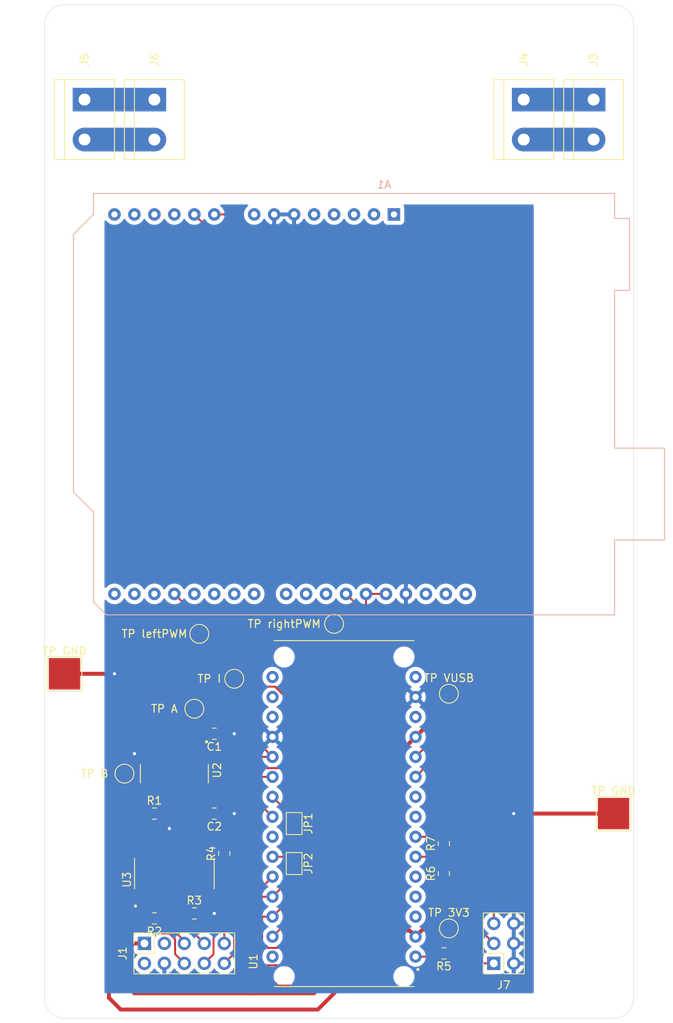
<source format=kicad_pcb>
(kicad_pcb (version 20171130) (host pcbnew 5.1.5+dfsg1-2build2)

  (general
    (thickness 1.6)
    (drawings 8)
    (tracks 218)
    (zones 0)
    (modules 34)
    (nets 73)
  )

  (page A4)
  (layers
    (0 F.Cu signal)
    (31 B.Cu signal)
    (32 B.Adhes user)
    (33 F.Adhes user)
    (34 B.Paste user)
    (35 F.Paste user)
    (36 B.SilkS user)
    (37 F.SilkS user)
    (38 B.Mask user)
    (39 F.Mask user)
    (40 Dwgs.User user)
    (41 Cmts.User user)
    (42 Eco1.User user)
    (43 Eco2.User user)
    (44 Edge.Cuts user)
    (45 Margin user)
    (46 B.CrtYd user)
    (47 F.CrtYd user)
    (48 B.Fab user)
    (49 F.Fab user)
  )

  (setup
    (last_trace_width 3)
    (user_trace_width 0.5)
    (user_trace_width 1)
    (user_trace_width 2)
    (user_trace_width 3)
    (user_trace_width 6)
    (trace_clearance 0.2)
    (zone_clearance 0.508)
    (zone_45_only no)
    (trace_min 0.2)
    (via_size 0.8)
    (via_drill 0.4)
    (via_min_size 0.4)
    (via_min_drill 0.3)
    (uvia_size 0.3)
    (uvia_drill 0.1)
    (uvias_allowed no)
    (uvia_min_size 0.2)
    (uvia_min_drill 0.1)
    (edge_width 0.05)
    (segment_width 0.2)
    (pcb_text_width 0.3)
    (pcb_text_size 1.5 1.5)
    (mod_edge_width 0.12)
    (mod_text_size 1 1)
    (mod_text_width 0.15)
    (pad_size 1.56 1.56)
    (pad_drill 0.8)
    (pad_to_mask_clearance 0.051)
    (solder_mask_min_width 0.25)
    (aux_axis_origin 0 0)
    (visible_elements FFFFFF7F)
    (pcbplotparams
      (layerselection 0x010fc_ffffffff)
      (usegerberextensions false)
      (usegerberattributes false)
      (usegerberadvancedattributes false)
      (creategerberjobfile false)
      (excludeedgelayer true)
      (linewidth 0.100000)
      (plotframeref false)
      (viasonmask false)
      (mode 1)
      (useauxorigin false)
      (hpglpennumber 1)
      (hpglpenspeed 20)
      (hpglpendiameter 15.000000)
      (psnegative false)
      (psa4output false)
      (plotreference true)
      (plotvalue true)
      (plotinvisibletext false)
      (padsonsilk false)
      (subtractmaskfromsilk false)
      (outputformat 1)
      (mirror false)
      (drillshape 0)
      (scaleselection 1)
      (outputdirectory "Gerbers/"))
  )

  (net 0 "")
  (net 1 "Net-(A1-Pad1)")
  (net 2 "Net-(A1-Pad2)")
  (net 3 "Net-(A1-Pad3)")
  (net 4 "Net-(A1-Pad19)")
  (net 5 GND)
  (net 6 "Net-(A1-Pad5)")
  (net 7 "Net-(A1-Pad8)")
  (net 8 "Net-(A1-Pad32)")
  (net 9 "Net-(A1-Pad31)")
  (net 10 "Net-(A1-Pad17)")
  (net 11 leftPWM)
  (net 12 "Net-(A1-Pad4)")
  (net 13 "Net-(A1-Pad20)")
  (net 14 "Net-(A1-Pad21)")
  (net 15 "Net-(A1-Pad22)")
  (net 16 "Net-(A1-Pad23)")
  (net 17 "Net-(A1-Pad24)")
  (net 18 "Net-(A1-Pad25)")
  (net 19 rightPWM)
  (net 20 "Net-(A1-Pad11)")
  (net 21 ENABLE)
  (net 22 "Net-(A1-Pad12)")
  (net 23 "Net-(A1-Pad13)")
  (net 24 "Net-(A1-Pad14)")
  (net 25 "Net-(A1-Pad30)")
  (net 26 "Net-(A1-Pad15)")
  (net 27 "Net-(A1-Pad16)")
  (net 28 VUSB)
  (net 29 3V3)
  (net 30 "Net-(U1-Pad3)")
  (net 31 "Net-(U1-Pad4)")
  (net 32 "Net-(U1-Pad8)")
  (net 33 "Net-(U1-Pad9)")
  (net 34 "Net-(U1-Pad13)")
  (net 35 "Net-(U1-Pad15)")
  (net 36 "Net-(U1-Pad16)")
  (net 37 "Net-(U1-Pad17)")
  (net 38 ENCODER_A)
  (net 39 ENCODER_B)
  (net 40 "Net-(U1-Pad24)")
  (net 41 "Net-(U1-Pad30)")
  (net 42 ENCODER_NOT_A)
  (net 43 ENCODER_NOT_B)
  (net 44 ENCODER_NOT_INDEX)
  (net 45 ENCODER_INDEX)
  (net 46 "Net-(J3-Pad1)")
  (net 47 "Net-(J3-Pad2)")
  (net 48 "Net-(J5-Pad1)")
  (net 49 "Net-(J5-Pad2)")
  (net 50 "Net-(J7-Pad1)")
  (net 51 "Net-(J7-Pad3)")
  (net 52 "Net-(J7-Pad5)")
  (net 53 OE)
  (net 54 LED1)
  (net 55 LED2)
  (net 56 LED3)
  (net 57 PIN_A)
  (net 58 PIN_B)
  (net 59 PIN_INDEX)
  (net 60 "Net-(U2-Pad5)")
  (net 61 "Net-(U2-Pad10)")
  (net 62 B)
  (net 63 I)
  (net 64 A)
  (net 65 "Net-(U3-Pad13)")
  (net 66 "Net-(J1-Pad2)")
  (net 67 "Net-(J1-Pad3)")
  (net 68 "Net-(JP1-Pad1)")
  (net 69 "Net-(JP2-Pad1)")
  (net 70 CURRENT_1)
  (net 71 CURRENT_2)
  (net 72 "Net-(U1-Pad5)")

  (net_class Default "This is the default net class."
    (clearance 0.2)
    (trace_width 0.25)
    (via_dia 0.8)
    (via_drill 0.4)
    (uvia_dia 0.3)
    (uvia_drill 0.1)
    (add_net 3V3)
    (add_net A)
    (add_net B)
    (add_net CURRENT_1)
    (add_net CURRENT_2)
    (add_net ENABLE)
    (add_net ENCODER_A)
    (add_net ENCODER_B)
    (add_net ENCODER_INDEX)
    (add_net ENCODER_NOT_A)
    (add_net ENCODER_NOT_B)
    (add_net ENCODER_NOT_INDEX)
    (add_net GND)
    (add_net I)
    (add_net LED1)
    (add_net LED2)
    (add_net LED3)
    (add_net "Net-(A1-Pad1)")
    (add_net "Net-(A1-Pad11)")
    (add_net "Net-(A1-Pad12)")
    (add_net "Net-(A1-Pad13)")
    (add_net "Net-(A1-Pad14)")
    (add_net "Net-(A1-Pad15)")
    (add_net "Net-(A1-Pad16)")
    (add_net "Net-(A1-Pad17)")
    (add_net "Net-(A1-Pad19)")
    (add_net "Net-(A1-Pad2)")
    (add_net "Net-(A1-Pad20)")
    (add_net "Net-(A1-Pad21)")
    (add_net "Net-(A1-Pad22)")
    (add_net "Net-(A1-Pad23)")
    (add_net "Net-(A1-Pad24)")
    (add_net "Net-(A1-Pad25)")
    (add_net "Net-(A1-Pad3)")
    (add_net "Net-(A1-Pad30)")
    (add_net "Net-(A1-Pad31)")
    (add_net "Net-(A1-Pad32)")
    (add_net "Net-(A1-Pad4)")
    (add_net "Net-(A1-Pad5)")
    (add_net "Net-(A1-Pad8)")
    (add_net "Net-(J1-Pad2)")
    (add_net "Net-(J1-Pad3)")
    (add_net "Net-(J3-Pad1)")
    (add_net "Net-(J3-Pad2)")
    (add_net "Net-(J5-Pad1)")
    (add_net "Net-(J5-Pad2)")
    (add_net "Net-(J7-Pad1)")
    (add_net "Net-(J7-Pad3)")
    (add_net "Net-(J7-Pad5)")
    (add_net "Net-(JP1-Pad1)")
    (add_net "Net-(JP2-Pad1)")
    (add_net "Net-(U1-Pad13)")
    (add_net "Net-(U1-Pad15)")
    (add_net "Net-(U1-Pad16)")
    (add_net "Net-(U1-Pad17)")
    (add_net "Net-(U1-Pad24)")
    (add_net "Net-(U1-Pad3)")
    (add_net "Net-(U1-Pad30)")
    (add_net "Net-(U1-Pad4)")
    (add_net "Net-(U1-Pad5)")
    (add_net "Net-(U1-Pad8)")
    (add_net "Net-(U1-Pad9)")
    (add_net "Net-(U2-Pad10)")
    (add_net "Net-(U2-Pad5)")
    (add_net "Net-(U3-Pad13)")
    (add_net OE)
    (add_net PIN_A)
    (add_net PIN_B)
    (add_net PIN_INDEX)
    (add_net VUSB)
    (add_net leftPWM)
    (add_net rightPWM)
  )

  (module Resistor_SMD:R_0805_2012Metric (layer F.Cu) (tedit 5B36C52B) (tstamp 618CEDFE)
    (at 135.89 135.89 90)
    (descr "Resistor SMD 0805 (2012 Metric), square (rectangular) end terminal, IPC_7351 nominal, (Body size source: https://docs.google.com/spreadsheets/d/1BsfQQcO9C6DZCsRaXUlFlo91Tg2WpOkGARC1WS5S8t0/edit?usp=sharing), generated with kicad-footprint-generator")
    (tags resistor)
    (path /6192E7B7)
    (attr smd)
    (fp_text reference R4 (at 0 -1.65 90) (layer F.SilkS)
      (effects (font (size 1 1) (thickness 0.15)))
    )
    (fp_text value 2k (at 0 1.65 90) (layer F.Fab)
      (effects (font (size 1 1) (thickness 0.15)))
    )
    (fp_line (start -1 0.6) (end -1 -0.6) (layer F.Fab) (width 0.1))
    (fp_line (start -1 -0.6) (end 1 -0.6) (layer F.Fab) (width 0.1))
    (fp_line (start 1 -0.6) (end 1 0.6) (layer F.Fab) (width 0.1))
    (fp_line (start 1 0.6) (end -1 0.6) (layer F.Fab) (width 0.1))
    (fp_line (start -0.258578 -0.71) (end 0.258578 -0.71) (layer F.SilkS) (width 0.12))
    (fp_line (start -0.258578 0.71) (end 0.258578 0.71) (layer F.SilkS) (width 0.12))
    (fp_line (start -1.68 0.95) (end -1.68 -0.95) (layer F.CrtYd) (width 0.05))
    (fp_line (start -1.68 -0.95) (end 1.68 -0.95) (layer F.CrtYd) (width 0.05))
    (fp_line (start 1.68 -0.95) (end 1.68 0.95) (layer F.CrtYd) (width 0.05))
    (fp_line (start 1.68 0.95) (end -1.68 0.95) (layer F.CrtYd) (width 0.05))
    (fp_text user %R (at 0 0 90) (layer F.Fab)
      (effects (font (size 0.5 0.5) (thickness 0.08)))
    )
    (pad 1 smd roundrect (at -0.9375 0 90) (size 0.975 1.4) (layers F.Cu F.Paste F.Mask) (roundrect_rratio 0.25)
      (net 45 ENCODER_INDEX))
    (pad 2 smd roundrect (at 0.9375 0 90) (size 0.975 1.4) (layers F.Cu F.Paste F.Mask) (roundrect_rratio 0.25)
      (net 44 ENCODER_NOT_INDEX))
    (model ${KISYS3DMOD}/Resistor_SMD.3dshapes/R_0805_2012Metric.wrl
      (at (xyz 0 0 0))
      (scale (xyz 1 1 1))
      (rotate (xyz 0 0 0))
    )
  )

  (module MountingHole:MountingHole_3.2mm_M3 (layer F.Cu) (tedit 56D1B4CB) (tstamp 618AF757)
    (at 116.84 152.4)
    (descr "Mounting Hole 3.2mm, no annular, M3")
    (tags "mounting hole 3.2mm no annular m3")
    (attr virtual)
    (fp_text reference REF** (at 0 -4.2) (layer F.Fab)
      (effects (font (size 1 1) (thickness 0.15)))
    )
    (fp_text value MountingHole_3.2mm_M3 (at 0 4.2) (layer F.Fab)
      (effects (font (size 1 1) (thickness 0.15)))
    )
    (fp_circle (center 0 0) (end 3.45 0) (layer F.CrtYd) (width 0.05))
    (fp_circle (center 0 0) (end 3.2 0) (layer Cmts.User) (width 0.15))
    (fp_text user %R (at 0.3 0) (layer F.Fab)
      (effects (font (size 1 1) (thickness 0.15)))
    )
    (pad 1 np_thru_hole circle (at 0 0) (size 3.2 3.2) (drill 3.2) (layers *.Cu *.Mask))
  )

  (module MountingHole:MountingHole_3.2mm_M3 (layer F.Cu) (tedit 56D1B4CB) (tstamp 618AF6DF)
    (at 118.11 32.385)
    (descr "Mounting Hole 3.2mm, no annular, M3")
    (tags "mounting hole 3.2mm no annular m3")
    (attr virtual)
    (fp_text reference REF** (at 0 -4.2) (layer F.Fab)
      (effects (font (size 1 1) (thickness 0.15)))
    )
    (fp_text value MountingHole_3.2mm_M3 (at 0 4.2) (layer F.Fab)
      (effects (font (size 1 1) (thickness 0.15)))
    )
    (fp_circle (center 0 0) (end 3.45 0) (layer F.CrtYd) (width 0.05))
    (fp_circle (center 0 0) (end 3.2 0) (layer Cmts.User) (width 0.15))
    (fp_text user %R (at 0.3 0) (layer F.Fab)
      (effects (font (size 1 1) (thickness 0.15)))
    )
    (pad 1 np_thru_hole circle (at 0 0) (size 3.2 3.2) (drill 3.2) (layers *.Cu *.Mask))
  )

  (module MountingHole:MountingHole_3.2mm_M3 (layer F.Cu) (tedit 56D1B4CB) (tstamp 618AF667)
    (at 183.515 32.385)
    (descr "Mounting Hole 3.2mm, no annular, M3")
    (tags "mounting hole 3.2mm no annular m3")
    (attr virtual)
    (fp_text reference REF** (at 0 -4.2) (layer F.Fab)
      (effects (font (size 1 1) (thickness 0.15)))
    )
    (fp_text value MountingHole_3.2mm_M3 (at 0 4.2) (layer F.Fab)
      (effects (font (size 1 1) (thickness 0.15)))
    )
    (fp_circle (center 0 0) (end 3.45 0) (layer F.CrtYd) (width 0.05))
    (fp_circle (center 0 0) (end 3.2 0) (layer Cmts.User) (width 0.15))
    (fp_text user %R (at 0.3 0) (layer F.Fab)
      (effects (font (size 1 1) (thickness 0.15)))
    )
    (pad 1 np_thru_hole circle (at 0 0) (size 3.2 3.2) (drill 3.2) (layers *.Cu *.Mask))
  )

  (module MountingHole:MountingHole_3.2mm_M3 (layer F.Cu) (tedit 56D1B4CB) (tstamp 618AF5EF)
    (at 183.515 152.4)
    (descr "Mounting Hole 3.2mm, no annular, M3")
    (tags "mounting hole 3.2mm no annular m3")
    (attr virtual)
    (fp_text reference REF** (at 0 -4.2) (layer F.Fab)
      (effects (font (size 1 1) (thickness 0.15)))
    )
    (fp_text value MountingHole_3.2mm_M3 (at 0 4.2) (layer F.Fab)
      (effects (font (size 1 1) (thickness 0.15)))
    )
    (fp_circle (center 0 0) (end 3.45 0) (layer F.CrtYd) (width 0.05))
    (fp_circle (center 0 0) (end 3.2 0) (layer Cmts.User) (width 0.15))
    (fp_text user %R (at 0.3 0) (layer F.Fab)
      (effects (font (size 1 1) (thickness 0.15)))
    )
    (pad 1 np_thru_hole circle (at 0 0) (size 3.2 3.2) (drill 3.2) (layers *.Cu *.Mask))
  )

  (module Module:Arduino_UNO_R3 (layer B.Cu) (tedit 6188F778) (tstamp 61871F20)
    (at 157.48 54.61 180)
    (descr "Arduino UNO R3, http://www.mouser.com/pdfdocs/Gravitech_Arduino_Nano3_0.pdf")
    (tags "Arduino UNO R3")
    (path /616C3F71)
    (fp_text reference A1 (at 1.27 3.81) (layer B.SilkS)
      (effects (font (size 1 1) (thickness 0.15)) (justify mirror))
    )
    (fp_text value Arduino_UNO_R3 (at 0 -22.86 180) (layer B.Fab)
      (effects (font (size 1 1) (thickness 0.15)) (justify mirror))
    )
    (fp_text user %R (at 0 -20.32) (layer B.Fab)
      (effects (font (size 1 1) (thickness 0.15)) (justify mirror))
    )
    (fp_line (start 38.35 2.79) (end 38.35 0) (layer B.CrtYd) (width 0.05))
    (fp_line (start 38.35 0) (end 40.89 -2.54) (layer B.CrtYd) (width 0.05))
    (fp_line (start 40.89 -2.54) (end 40.89 -35.31) (layer B.CrtYd) (width 0.05))
    (fp_line (start 40.89 -35.31) (end 38.35 -37.85) (layer B.CrtYd) (width 0.05))
    (fp_line (start 38.35 -37.85) (end 38.35 -49.28) (layer B.CrtYd) (width 0.05))
    (fp_line (start 38.35 -49.28) (end 36.58 -51.05) (layer B.CrtYd) (width 0.05))
    (fp_line (start 36.58 -51.05) (end -28.19 -51.05) (layer B.CrtYd) (width 0.05))
    (fp_line (start -28.19 -51.05) (end -28.19 -41.53) (layer B.CrtYd) (width 0.05))
    (fp_line (start -28.19 -41.53) (end -34.54 -41.53) (layer B.CrtYd) (width 0.05))
    (fp_line (start -34.54 -41.53) (end -34.54 -29.59) (layer B.CrtYd) (width 0.05))
    (fp_line (start -34.54 -29.59) (end -28.19 -29.59) (layer B.CrtYd) (width 0.05))
    (fp_line (start -28.19 -29.59) (end -28.19 -9.78) (layer B.CrtYd) (width 0.05))
    (fp_line (start -28.19 -9.78) (end -30.1 -9.78) (layer B.CrtYd) (width 0.05))
    (fp_line (start -30.1 -9.78) (end -30.1 -0.38) (layer B.CrtYd) (width 0.05))
    (fp_line (start -30.1 -0.38) (end -28.19 -0.38) (layer B.CrtYd) (width 0.05))
    (fp_line (start -28.19 -0.38) (end -28.19 2.79) (layer B.CrtYd) (width 0.05))
    (fp_line (start -28.19 2.79) (end 38.35 2.79) (layer B.CrtYd) (width 0.05))
    (fp_line (start 40.77 -35.31) (end 40.77 -2.54) (layer B.SilkS) (width 0.12))
    (fp_line (start 40.77 -2.54) (end 38.23 0) (layer B.SilkS) (width 0.12))
    (fp_line (start 38.23 0) (end 38.23 2.67) (layer B.SilkS) (width 0.12))
    (fp_line (start 38.23 2.67) (end -28.07 2.67) (layer B.SilkS) (width 0.12))
    (fp_line (start -28.07 2.67) (end -28.07 -0.51) (layer B.SilkS) (width 0.12))
    (fp_line (start -28.07 -0.51) (end -29.97 -0.51) (layer B.SilkS) (width 0.12))
    (fp_line (start -29.97 -0.51) (end -29.97 -9.65) (layer B.SilkS) (width 0.12))
    (fp_line (start -29.97 -9.65) (end -28.07 -9.65) (layer B.SilkS) (width 0.12))
    (fp_line (start -28.07 -9.65) (end -28.07 -29.72) (layer B.SilkS) (width 0.12))
    (fp_line (start -28.07 -29.72) (end -34.42 -29.72) (layer B.SilkS) (width 0.12))
    (fp_line (start -34.42 -29.72) (end -34.42 -41.4) (layer B.SilkS) (width 0.12))
    (fp_line (start -34.42 -41.4) (end -28.07 -41.4) (layer B.SilkS) (width 0.12))
    (fp_line (start -28.07 -41.4) (end -28.07 -50.93) (layer B.SilkS) (width 0.12))
    (fp_line (start -28.07 -50.93) (end 36.58 -50.93) (layer B.SilkS) (width 0.12))
    (fp_line (start 36.58 -50.93) (end 38.23 -49.28) (layer B.SilkS) (width 0.12))
    (fp_line (start 38.23 -49.28) (end 38.23 -37.85) (layer B.SilkS) (width 0.12))
    (fp_line (start 38.23 -37.85) (end 40.77 -35.31) (layer B.SilkS) (width 0.12))
    (fp_line (start -34.29 -29.84) (end -18.41 -29.84) (layer B.Fab) (width 0.1))
    (fp_line (start -18.41 -29.84) (end -18.41 -41.27) (layer B.Fab) (width 0.1))
    (fp_line (start -18.41 -41.27) (end -34.29 -41.27) (layer B.Fab) (width 0.1))
    (fp_line (start -34.29 -41.27) (end -34.29 -29.84) (layer B.Fab) (width 0.1))
    (fp_line (start -29.84 -0.64) (end -16.51 -0.64) (layer B.Fab) (width 0.1))
    (fp_line (start -16.51 -0.64) (end -16.51 -9.53) (layer B.Fab) (width 0.1))
    (fp_line (start -16.51 -9.53) (end -29.84 -9.53) (layer B.Fab) (width 0.1))
    (fp_line (start -29.84 -9.53) (end -29.84 -0.64) (layer B.Fab) (width 0.1))
    (fp_line (start 38.1 -37.85) (end 38.1 -49.28) (layer B.Fab) (width 0.1))
    (fp_line (start 40.64 -2.54) (end 40.64 -35.31) (layer B.Fab) (width 0.1))
    (fp_line (start 40.64 -35.31) (end 38.1 -37.85) (layer B.Fab) (width 0.1))
    (fp_line (start 38.1 2.54) (end 38.1 0) (layer B.Fab) (width 0.1))
    (fp_line (start 38.1 0) (end 40.64 -2.54) (layer B.Fab) (width 0.1))
    (fp_line (start 38.1 -49.28) (end 36.58 -50.8) (layer B.Fab) (width 0.1))
    (fp_line (start 36.58 -50.8) (end -27.94 -50.8) (layer B.Fab) (width 0.1))
    (fp_line (start -27.94 -50.8) (end -27.94 2.54) (layer B.Fab) (width 0.1))
    (fp_line (start -27.94 2.54) (end 38.1 2.54) (layer B.Fab) (width 0.1))
    (pad 32 thru_hole oval (at -9.14 -48.26 90) (size 1.6 1.6) (drill 0.8) (layers *.Cu *.Mask)
      (net 8 "Net-(A1-Pad32)"))
    (pad 31 thru_hole oval (at -6.6 -48.26 90) (size 1.6 1.6) (drill 0.8) (layers *.Cu *.Mask)
      (net 9 "Net-(A1-Pad31)"))
    (pad 1 thru_hole rect (at 0 0 90) (size 1.6 1.6) (drill 0.8) (layers *.Cu *.Mask)
      (net 1 "Net-(A1-Pad1)"))
    (pad 17 thru_hole oval (at 30.48 -48.26 90) (size 1.6 1.6) (drill 0.8) (layers *.Cu *.Mask)
      (net 10 "Net-(A1-Pad17)"))
    (pad 2 thru_hole oval (at 2.54 0 90) (size 1.6 1.6) (drill 0.8) (layers *.Cu *.Mask)
      (net 2 "Net-(A1-Pad2)"))
    (pad 18 thru_hole oval (at 27.94 -48.26 90) (size 1.6 1.6) (drill 0.8) (layers *.Cu *.Mask)
      (net 11 leftPWM))
    (pad 3 thru_hole oval (at 5.08 0 90) (size 1.6 1.6) (drill 0.8) (layers *.Cu *.Mask)
      (net 3 "Net-(A1-Pad3)"))
    (pad 19 thru_hole oval (at 25.4 -48.26 90) (size 1.6 1.6) (drill 0.8) (layers *.Cu *.Mask)
      (net 4 "Net-(A1-Pad19)"))
    (pad 4 thru_hole oval (at 7.62 0 90) (size 1.6 1.6) (drill 0.8) (layers *.Cu *.Mask)
      (net 12 "Net-(A1-Pad4)"))
    (pad 20 thru_hole oval (at 22.86 -48.26 90) (size 1.6 1.6) (drill 0.8) (layers *.Cu *.Mask)
      (net 13 "Net-(A1-Pad20)"))
    (pad 5 thru_hole oval (at 10.16 0 90) (size 1.6 1.6) (drill 0.8) (layers *.Cu *.Mask)
      (net 6 "Net-(A1-Pad5)"))
    (pad 21 thru_hole oval (at 20.32 -48.26 90) (size 1.6 1.6) (drill 0.8) (layers *.Cu *.Mask)
      (net 14 "Net-(A1-Pad21)"))
    (pad 6 thru_hole oval (at 12.7 0 90) (size 1.6 1.6) (drill 0.8) (layers *.Cu *.Mask)
      (net 5 GND))
    (pad 22 thru_hole oval (at 17.78 -48.26 90) (size 1.6 1.6) (drill 0.8) (layers *.Cu *.Mask)
      (net 15 "Net-(A1-Pad22)"))
    (pad 7 thru_hole oval (at 15.24 0 90) (size 1.6 1.6) (drill 0.8) (layers *.Cu *.Mask)
      (net 5 GND))
    (pad 23 thru_hole oval (at 13.72 -48.26 90) (size 1.6 1.6) (drill 0.8) (layers *.Cu *.Mask)
      (net 16 "Net-(A1-Pad23)"))
    (pad 8 thru_hole oval (at 17.78 0 90) (size 1.6 1.6) (drill 0.8) (layers *.Cu *.Mask)
      (net 7 "Net-(A1-Pad8)"))
    (pad 24 thru_hole oval (at 11.18 -48.26 90) (size 1.6 1.6) (drill 0.8) (layers *.Cu *.Mask)
      (net 17 "Net-(A1-Pad24)"))
    (pad 9 thru_hole oval (at 22.86 0 90) (size 1.6 1.6) (drill 0.8) (layers *.Cu *.Mask)
      (net 70 CURRENT_1))
    (pad 25 thru_hole oval (at 8.64 -48.26 90) (size 1.6 1.6) (drill 0.8) (layers *.Cu *.Mask)
      (net 18 "Net-(A1-Pad25)"))
    (pad 10 thru_hole oval (at 25.4 0 90) (size 1.6 1.6) (drill 0.8) (layers *.Cu *.Mask)
      (net 71 CURRENT_2))
    (pad 26 thru_hole oval (at 6.1 -48.26 90) (size 1.6 1.6) (drill 0.8) (layers *.Cu *.Mask)
      (net 19 rightPWM))
    (pad 11 thru_hole oval (at 27.94 0 90) (size 1.6 1.6) (drill 0.8) (layers *.Cu *.Mask)
      (net 20 "Net-(A1-Pad11)"))
    (pad 27 thru_hole oval (at 3.56 -48.26 90) (size 1.6 1.6) (drill 0.8) (layers *.Cu *.Mask)
      (net 21 ENABLE))
    (pad 12 thru_hole oval (at 30.48 0 90) (size 1.6 1.6) (drill 0.8) (layers *.Cu *.Mask)
      (net 22 "Net-(A1-Pad12)"))
    (pad 28 thru_hole oval (at 1.02 -48.26 90) (size 1.6 1.6) (drill 0.8) (layers *.Cu *.Mask)
      (net 21 ENABLE))
    (pad 13 thru_hole oval (at 33.02 0 90) (size 1.6 1.6) (drill 0.8) (layers *.Cu *.Mask)
      (net 23 "Net-(A1-Pad13)"))
    (pad 29 thru_hole oval (at -1.52 -48.26 90) (size 1.6 1.6) (drill 0.8) (layers *.Cu *.Mask)
      (net 5 GND))
    (pad 14 thru_hole oval (at 35.56 0 90) (size 1.6 1.6) (drill 0.8) (layers *.Cu *.Mask)
      (net 24 "Net-(A1-Pad14)"))
    (pad 30 thru_hole oval (at -4.06 -48.26 90) (size 1.6 1.6) (drill 0.8) (layers *.Cu *.Mask)
      (net 25 "Net-(A1-Pad30)"))
    (pad 15 thru_hole oval (at 35.56 -48.26 90) (size 1.6 1.6) (drill 0.8) (layers *.Cu *.Mask)
      (net 26 "Net-(A1-Pad15)"))
    (pad 16 thru_hole oval (at 33.02 -48.26 90) (size 1.6 1.6) (drill 0.8) (layers *.Cu *.Mask)
      (net 27 "Net-(A1-Pad16)"))
    (model ${KISYS3DMOD}/Module.3dshapes/Arduino_UNO_R3.wrl
      (at (xyz 0 0 0))
      (scale (xyz 1 1 1))
      (rotate (xyz 0 0 0))
    )
  )

  (module SOIC127P600X175-16N (layer F.Cu) (tedit 61840166) (tstamp 6188EB8A)
    (at 129.54 138.43 90)
    (path /618FA34F)
    (attr smd)
    (fp_text reference U3 (at -0.795 -6.035 90) (layer F.SilkS)
      (effects (font (size 1 1) (thickness 0.15)))
    )
    (fp_text value SN75175D (at 8.095 6.035 90) (layer F.Fab)
      (effects (font (size 1 1) (thickness 0.15)))
    )
    (fp_circle (center -4.145 -4.945) (end -4.045 -4.945) (layer F.SilkS) (width 0.2))
    (fp_circle (center -4.145 -4.945) (end -4.045 -4.945) (layer F.Fab) (width 0.2))
    (fp_line (start -1.95 -4.95) (end 1.95 -4.95) (layer F.Fab) (width 0.127))
    (fp_line (start -1.95 4.95) (end 1.95 4.95) (layer F.Fab) (width 0.127))
    (fp_line (start -1.95 -5.065) (end 1.95 -5.065) (layer F.SilkS) (width 0.127))
    (fp_line (start -1.95 5.065) (end 1.95 5.065) (layer F.SilkS) (width 0.127))
    (fp_line (start -1.95 -4.95) (end -1.95 4.95) (layer F.Fab) (width 0.127))
    (fp_line (start 1.95 -4.95) (end 1.95 4.95) (layer F.Fab) (width 0.127))
    (fp_line (start -3.71 -5.2) (end 3.71 -5.2) (layer F.CrtYd) (width 0.05))
    (fp_line (start -3.71 5.2) (end 3.71 5.2) (layer F.CrtYd) (width 0.05))
    (fp_line (start -3.71 -5.2) (end -3.71 5.2) (layer F.CrtYd) (width 0.05))
    (fp_line (start 3.71 -5.2) (end 3.71 5.2) (layer F.CrtYd) (width 0.05))
    (pad 1 smd roundrect (at -2.475 -4.445 90) (size 1.97 0.6) (layers F.Cu F.Paste F.Mask) (roundrect_rratio 0.07000000000000001)
      (net 42 ENCODER_NOT_A))
    (pad 2 smd roundrect (at -2.475 -3.175 90) (size 1.97 0.6) (layers F.Cu F.Paste F.Mask) (roundrect_rratio 0.07000000000000001)
      (net 38 ENCODER_A))
    (pad 3 smd roundrect (at -2.475 -1.905 90) (size 1.97 0.6) (layers F.Cu F.Paste F.Mask) (roundrect_rratio 0.07000000000000001)
      (net 64 A))
    (pad 4 smd roundrect (at -2.475 -0.635 90) (size 1.97 0.6) (layers F.Cu F.Paste F.Mask) (roundrect_rratio 0.07000000000000001)
      (net 28 VUSB))
    (pad 5 smd roundrect (at -2.475 0.635 90) (size 1.97 0.6) (layers F.Cu F.Paste F.Mask) (roundrect_rratio 0.07000000000000001)
      (net 62 B))
    (pad 6 smd roundrect (at -2.475 1.905 90) (size 1.97 0.6) (layers F.Cu F.Paste F.Mask) (roundrect_rratio 0.07000000000000001)
      (net 39 ENCODER_B))
    (pad 7 smd roundrect (at -2.475 3.175 90) (size 1.97 0.6) (layers F.Cu F.Paste F.Mask) (roundrect_rratio 0.07000000000000001)
      (net 43 ENCODER_NOT_B))
    (pad 8 smd roundrect (at -2.475 4.445 90) (size 1.97 0.6) (layers F.Cu F.Paste F.Mask) (roundrect_rratio 0.07000000000000001)
      (net 5 GND))
    (pad 9 smd roundrect (at 2.475 4.445 90) (size 1.97 0.6) (layers F.Cu F.Paste F.Mask) (roundrect_rratio 0.07000000000000001)
      (net 44 ENCODER_NOT_INDEX))
    (pad 10 smd roundrect (at 2.475 3.175 90) (size 1.97 0.6) (layers F.Cu F.Paste F.Mask) (roundrect_rratio 0.07000000000000001)
      (net 45 ENCODER_INDEX))
    (pad 11 smd roundrect (at 2.475 1.905 90) (size 1.97 0.6) (layers F.Cu F.Paste F.Mask) (roundrect_rratio 0.07000000000000001)
      (net 63 I))
    (pad 12 smd roundrect (at 2.475 0.635 90) (size 1.97 0.6) (layers F.Cu F.Paste F.Mask) (roundrect_rratio 0.07000000000000001)
      (net 28 VUSB))
    (pad 13 smd roundrect (at 2.475 -0.635 90) (size 1.97 0.6) (layers F.Cu F.Paste F.Mask) (roundrect_rratio 0.07000000000000001)
      (net 65 "Net-(U3-Pad13)"))
    (pad 14 smd roundrect (at 2.475 -1.905 90) (size 1.97 0.6) (layers F.Cu F.Paste F.Mask) (roundrect_rratio 0.07000000000000001)
      (net 5 GND))
    (pad 15 smd roundrect (at 2.475 -3.175 90) (size 1.97 0.6) (layers F.Cu F.Paste F.Mask) (roundrect_rratio 0.07000000000000001)
      (net 28 VUSB))
    (pad 16 smd roundrect (at 2.475 -4.445 90) (size 1.97 0.6) (layers F.Cu F.Paste F.Mask) (roundrect_rratio 0.07000000000000001)
      (net 28 VUSB))
  )

  (module TerminalBlock:TerminalBlock_bornier-2_P5.08mm (layer F.Cu) (tedit 59FF03AB) (tstamp 61871FAE)
    (at 182.88 40.005 270)
    (descr "simple 2-pin terminal block, pitch 5.08mm, revamped version of bornier2")
    (tags "terminal block bornier2")
    (path /61A81262)
    (fp_text reference J3 (at -5.08 0 90) (layer F.SilkS)
      (effects (font (size 1 1) (thickness 0.15)))
    )
    (fp_text value Screw_Terminal_01x02 (at 2.54 -5.08 90) (layer F.Fab)
      (effects (font (size 1 1) (thickness 0.15)))
    )
    (fp_text user %R (at 2.54 0 90) (layer F.Fab)
      (effects (font (size 1 1) (thickness 0.15)))
    )
    (fp_line (start -2.41 2.55) (end 7.49 2.55) (layer F.Fab) (width 0.1))
    (fp_line (start -2.46 -3.75) (end -2.46 3.75) (layer F.Fab) (width 0.1))
    (fp_line (start -2.46 3.75) (end 7.54 3.75) (layer F.Fab) (width 0.1))
    (fp_line (start 7.54 3.75) (end 7.54 -3.75) (layer F.Fab) (width 0.1))
    (fp_line (start 7.54 -3.75) (end -2.46 -3.75) (layer F.Fab) (width 0.1))
    (fp_line (start 7.62 2.54) (end -2.54 2.54) (layer F.SilkS) (width 0.12))
    (fp_line (start 7.62 3.81) (end 7.62 -3.81) (layer F.SilkS) (width 0.12))
    (fp_line (start 7.62 -3.81) (end -2.54 -3.81) (layer F.SilkS) (width 0.12))
    (fp_line (start -2.54 -3.81) (end -2.54 3.81) (layer F.SilkS) (width 0.12))
    (fp_line (start -2.54 3.81) (end 7.62 3.81) (layer F.SilkS) (width 0.12))
    (fp_line (start -2.71 -4) (end 7.79 -4) (layer F.CrtYd) (width 0.05))
    (fp_line (start -2.71 -4) (end -2.71 4) (layer F.CrtYd) (width 0.05))
    (fp_line (start 7.79 4) (end 7.79 -4) (layer F.CrtYd) (width 0.05))
    (fp_line (start 7.79 4) (end -2.71 4) (layer F.CrtYd) (width 0.05))
    (pad 1 thru_hole rect (at 0 0 270) (size 3 3) (drill 1.52) (layers *.Cu *.Mask)
      (net 46 "Net-(J3-Pad1)"))
    (pad 2 thru_hole circle (at 5.08 0 270) (size 3 3) (drill 1.52) (layers *.Cu *.Mask)
      (net 47 "Net-(J3-Pad2)"))
    (model ${KISYS3DMOD}/TerminalBlock.3dshapes/TerminalBlock_bornier-2_P5.08mm.wrl
      (offset (xyz 2.539999961853027 0 0))
      (scale (xyz 1 1 1))
      (rotate (xyz 0 0 0))
    )
  )

  (module TerminalBlock:TerminalBlock_bornier-2_P5.08mm (layer F.Cu) (tedit 59FF03AB) (tstamp 61871FC3)
    (at 173.99 40.005 270)
    (descr "simple 2-pin terminal block, pitch 5.08mm, revamped version of bornier2")
    (tags "terminal block bornier2")
    (path /61A7E7DA)
    (fp_text reference J4 (at -5.08 0 90) (layer F.SilkS)
      (effects (font (size 1 1) (thickness 0.15)))
    )
    (fp_text value Screw_Terminal_01x02 (at 2.54 5.08 90) (layer F.Fab)
      (effects (font (size 1 1) (thickness 0.15)))
    )
    (fp_line (start 7.79 4) (end -2.71 4) (layer F.CrtYd) (width 0.05))
    (fp_line (start 7.79 4) (end 7.79 -4) (layer F.CrtYd) (width 0.05))
    (fp_line (start -2.71 -4) (end -2.71 4) (layer F.CrtYd) (width 0.05))
    (fp_line (start -2.71 -4) (end 7.79 -4) (layer F.CrtYd) (width 0.05))
    (fp_line (start -2.54 3.81) (end 7.62 3.81) (layer F.SilkS) (width 0.12))
    (fp_line (start -2.54 -3.81) (end -2.54 3.81) (layer F.SilkS) (width 0.12))
    (fp_line (start 7.62 -3.81) (end -2.54 -3.81) (layer F.SilkS) (width 0.12))
    (fp_line (start 7.62 3.81) (end 7.62 -3.81) (layer F.SilkS) (width 0.12))
    (fp_line (start 7.62 2.54) (end -2.54 2.54) (layer F.SilkS) (width 0.12))
    (fp_line (start 7.54 -3.75) (end -2.46 -3.75) (layer F.Fab) (width 0.1))
    (fp_line (start 7.54 3.75) (end 7.54 -3.75) (layer F.Fab) (width 0.1))
    (fp_line (start -2.46 3.75) (end 7.54 3.75) (layer F.Fab) (width 0.1))
    (fp_line (start -2.46 -3.75) (end -2.46 3.75) (layer F.Fab) (width 0.1))
    (fp_line (start -2.41 2.55) (end 7.49 2.55) (layer F.Fab) (width 0.1))
    (fp_text user %R (at 2.54 0 90) (layer F.Fab)
      (effects (font (size 1 1) (thickness 0.15)))
    )
    (pad 2 thru_hole circle (at 5.08 0 270) (size 3 3) (drill 1.52) (layers *.Cu *.Mask)
      (net 47 "Net-(J3-Pad2)"))
    (pad 1 thru_hole rect (at 0 0 270) (size 3 3) (drill 1.52) (layers *.Cu *.Mask)
      (net 46 "Net-(J3-Pad1)"))
    (model ${KISYS3DMOD}/TerminalBlock.3dshapes/TerminalBlock_bornier-2_P5.08mm.wrl
      (offset (xyz 2.539999961853027 0 0))
      (scale (xyz 1 1 1))
      (rotate (xyz 0 0 0))
    )
  )

  (module TerminalBlock:TerminalBlock_bornier-2_P5.08mm (layer F.Cu) (tedit 59FF03AB) (tstamp 61871FD8)
    (at 118.11 40.005 270)
    (descr "simple 2-pin terminal block, pitch 5.08mm, revamped version of bornier2")
    (tags "terminal block bornier2")
    (path /61AB1260)
    (fp_text reference J5 (at -5.08 0 90) (layer F.SilkS)
      (effects (font (size 1 1) (thickness 0.15)))
    )
    (fp_text value Screw_Terminal_01x02 (at 2.54 5.08 90) (layer F.Fab)
      (effects (font (size 1 1) (thickness 0.15)))
    )
    (fp_text user %R (at 2.54 0 90) (layer F.Fab)
      (effects (font (size 1 1) (thickness 0.15)))
    )
    (fp_line (start -2.41 2.55) (end 7.49 2.55) (layer F.Fab) (width 0.1))
    (fp_line (start -2.46 -3.75) (end -2.46 3.75) (layer F.Fab) (width 0.1))
    (fp_line (start -2.46 3.75) (end 7.54 3.75) (layer F.Fab) (width 0.1))
    (fp_line (start 7.54 3.75) (end 7.54 -3.75) (layer F.Fab) (width 0.1))
    (fp_line (start 7.54 -3.75) (end -2.46 -3.75) (layer F.Fab) (width 0.1))
    (fp_line (start 7.62 2.54) (end -2.54 2.54) (layer F.SilkS) (width 0.12))
    (fp_line (start 7.62 3.81) (end 7.62 -3.81) (layer F.SilkS) (width 0.12))
    (fp_line (start 7.62 -3.81) (end -2.54 -3.81) (layer F.SilkS) (width 0.12))
    (fp_line (start -2.54 -3.81) (end -2.54 3.81) (layer F.SilkS) (width 0.12))
    (fp_line (start -2.54 3.81) (end 7.62 3.81) (layer F.SilkS) (width 0.12))
    (fp_line (start -2.71 -4) (end 7.79 -4) (layer F.CrtYd) (width 0.05))
    (fp_line (start -2.71 -4) (end -2.71 4) (layer F.CrtYd) (width 0.05))
    (fp_line (start 7.79 4) (end 7.79 -4) (layer F.CrtYd) (width 0.05))
    (fp_line (start 7.79 4) (end -2.71 4) (layer F.CrtYd) (width 0.05))
    (pad 1 thru_hole rect (at 0 0 270) (size 3 3) (drill 1.52) (layers *.Cu *.Mask)
      (net 48 "Net-(J5-Pad1)"))
    (pad 2 thru_hole circle (at 5.08 0 270) (size 3 3) (drill 1.52) (layers *.Cu *.Mask)
      (net 49 "Net-(J5-Pad2)"))
    (model ${KISYS3DMOD}/TerminalBlock.3dshapes/TerminalBlock_bornier-2_P5.08mm.wrl
      (offset (xyz 2.539999961853027 0 0))
      (scale (xyz 1 1 1))
      (rotate (xyz 0 0 0))
    )
  )

  (module TerminalBlock:TerminalBlock_bornier-2_P5.08mm (layer F.Cu) (tedit 59FF03AB) (tstamp 61871FED)
    (at 127 40.005 270)
    (descr "simple 2-pin terminal block, pitch 5.08mm, revamped version of bornier2")
    (tags "terminal block bornier2")
    (path /61AB125A)
    (fp_text reference J6 (at -5.08 0 90) (layer F.SilkS)
      (effects (font (size 1 1) (thickness 0.15)))
    )
    (fp_text value Screw_Terminal_01x02 (at 2.54 -5.08 90) (layer F.Fab)
      (effects (font (size 1 1) (thickness 0.15)))
    )
    (fp_line (start 7.79 4) (end -2.71 4) (layer F.CrtYd) (width 0.05))
    (fp_line (start 7.79 4) (end 7.79 -4) (layer F.CrtYd) (width 0.05))
    (fp_line (start -2.71 -4) (end -2.71 4) (layer F.CrtYd) (width 0.05))
    (fp_line (start -2.71 -4) (end 7.79 -4) (layer F.CrtYd) (width 0.05))
    (fp_line (start -2.54 3.81) (end 7.62 3.81) (layer F.SilkS) (width 0.12))
    (fp_line (start -2.54 -3.81) (end -2.54 3.81) (layer F.SilkS) (width 0.12))
    (fp_line (start 7.62 -3.81) (end -2.54 -3.81) (layer F.SilkS) (width 0.12))
    (fp_line (start 7.62 3.81) (end 7.62 -3.81) (layer F.SilkS) (width 0.12))
    (fp_line (start 7.62 2.54) (end -2.54 2.54) (layer F.SilkS) (width 0.12))
    (fp_line (start 7.54 -3.75) (end -2.46 -3.75) (layer F.Fab) (width 0.1))
    (fp_line (start 7.54 3.75) (end 7.54 -3.75) (layer F.Fab) (width 0.1))
    (fp_line (start -2.46 3.75) (end 7.54 3.75) (layer F.Fab) (width 0.1))
    (fp_line (start -2.46 -3.75) (end -2.46 3.75) (layer F.Fab) (width 0.1))
    (fp_line (start -2.41 2.55) (end 7.49 2.55) (layer F.Fab) (width 0.1))
    (fp_text user %R (at 2.54 0 90) (layer F.Fab)
      (effects (font (size 1 1) (thickness 0.15)))
    )
    (pad 2 thru_hole circle (at 5.08 0 270) (size 3 3) (drill 1.52) (layers *.Cu *.Mask)
      (net 49 "Net-(J5-Pad2)"))
    (pad 1 thru_hole rect (at 0 0 270) (size 3 3) (drill 1.52) (layers *.Cu *.Mask)
      (net 48 "Net-(J5-Pad1)"))
    (model ${KISYS3DMOD}/TerminalBlock.3dshapes/TerminalBlock_bornier-2_P5.08mm.wrl
      (offset (xyz 2.539999961853027 0 0))
      (scale (xyz 1 1 1))
      (rotate (xyz 0 0 0))
    )
  )

  (module MODULE_ABX00027 (layer F.Cu) (tedit 6188F84E) (tstamp 618720B3)
    (at 151.13 130.81 90)
    (path /615774B6)
    (fp_text reference U1 (at -18.825 -11.525 90) (layer F.SilkS)
      (effects (font (size 1 1) (thickness 0.15)))
    )
    (fp_text value Arduino_Nano_33_IoT (at -12.475 11.205 90) (layer F.Fab)
      (effects (font (size 1 1) (thickness 0.15)))
    )
    (fp_line (start 22 8.89) (end 22 -8.89) (layer F.SilkS) (width 0.127))
    (fp_line (start -22 -8.89) (end -22 8.89) (layer F.SilkS) (width 0.127))
    (fp_line (start -22 8.89) (end 22 8.89) (layer F.Fab) (width 0.127))
    (fp_line (start 22 8.89) (end 22 -8.89) (layer F.Fab) (width 0.127))
    (fp_line (start 22 -8.89) (end -22 -8.89) (layer F.Fab) (width 0.127))
    (fp_line (start -22 -8.89) (end -22 8.89) (layer F.Fab) (width 0.127))
    (fp_line (start -22.25 10.35) (end 22.25 10.35) (layer F.CrtYd) (width 0.05))
    (fp_line (start 22.25 10.35) (end 22.25 -10.35) (layer F.CrtYd) (width 0.05))
    (fp_line (start 22.25 -10.35) (end -22.25 -10.35) (layer F.CrtYd) (width 0.05))
    (fp_line (start -22.25 -10.35) (end -22.25 10.35) (layer F.CrtYd) (width 0.05))
    (fp_circle (center -19.83 9.4) (end -19.73 9.4) (layer F.SilkS) (width 0.2))
    (fp_circle (center -19.83 9.4) (end -19.73 9.4) (layer F.Fab) (width 0.2))
    (fp_line (start -22 -8.89) (end -22 8.89) (layer F.Fab) (width 0.127))
    (pad None np_thru_hole circle (at -20.73 7.62 90) (size 1.651 1.651) (drill 1.651) (layers *.Cu *.Mask))
    (pad None np_thru_hole circle (at -20.73 -7.62 90) (size 1.651 1.651) (drill 1.651) (layers *.Cu *.Mask))
    (pad None np_thru_hole circle (at 19.91 -7.62 90) (size 1.651 1.651) (drill 1.651) (layers *.Cu *.Mask))
    (pad None np_thru_hole circle (at 19.91 7.62 90) (size 1.651 1.651) (drill 1.651) (layers *.Cu *.Mask))
    (pad 1 thru_hole circle (at -18.19 9.1 90) (size 1.56 1.56) (drill 0.8) (layers *.Cu *.Mask)
      (net 54 LED1))
    (pad 2 thru_hole circle (at -15.65 9.1 90) (size 1.56 1.56) (drill 0.8) (layers *.Cu *.Mask)
      (net 29 3V3))
    (pad 3 thru_hole circle (at -13.11 9.1 90) (size 1.56 1.56) (drill 0.8) (layers *.Cu *.Mask)
      (net 30 "Net-(U1-Pad3)"))
    (pad 4 thru_hole circle (at -10.57 9.1 90) (size 1.56 1.56) (drill 0.8) (layers *.Cu *.Mask)
      (net 31 "Net-(U1-Pad4)"))
    (pad 5 thru_hole circle (at -8.03 9.1 90) (size 1.56 1.56) (drill 0.8) (layers *.Cu *.Mask)
      (net 72 "Net-(U1-Pad5)"))
    (pad 6 thru_hole circle (at -5.49 9.1 90) (size 1.56 1.56) (drill 0.8) (layers *.Cu *.Mask)
      (net 55 LED2))
    (pad 7 thru_hole circle (at -2.95 9.1 90) (size 1.56 1.56) (drill 0.8) (layers *.Cu *.Mask)
      (net 56 LED3))
    (pad 8 thru_hole circle (at -0.41 9.1 90) (size 1.56 1.56) (drill 0.8) (layers *.Cu *.Mask)
      (net 32 "Net-(U1-Pad8)"))
    (pad 9 thru_hole circle (at 2.13 9.1 90) (size 1.56 1.56) (drill 0.8) (layers *.Cu *.Mask)
      (net 33 "Net-(U1-Pad9)"))
    (pad 10 thru_hole circle (at 4.67 9.1 90) (size 1.56 1.56) (drill 0.8) (layers *.Cu *.Mask)
      (net 70 CURRENT_1))
    (pad 11 thru_hole circle (at 7.21 9.1 90) (size 1.56 1.56) (drill 0.8) (layers *.Cu *.Mask)
      (net 71 CURRENT_2))
    (pad 12 thru_hole circle (at 9.75 9.1 90) (size 1.56 1.56) (drill 0.8) (layers *.Cu *.Mask)
      (net 28 VUSB))
    (pad 13 thru_hole circle (at 12.29 9.1 90) (size 1.56 1.56) (drill 0.8) (layers *.Cu *.Mask)
      (net 34 "Net-(U1-Pad13)"))
    (pad 14 thru_hole circle (at 14.83 9.1 90) (size 1.56 1.56) (drill 0.8) (layers *.Cu *.Mask)
      (net 5 GND))
    (pad 15 thru_hole circle (at 17.37 9.1 90) (size 1.56 1.56) (drill 0.8) (layers *.Cu *.Mask)
      (net 35 "Net-(U1-Pad15)"))
    (pad 16 thru_hole circle (at 17.37 -9.1 90) (size 1.56 1.56) (drill 0.8) (layers *.Cu *.Mask)
      (net 36 "Net-(U1-Pad16)"))
    (pad 17 thru_hole circle (at 14.83 -9.1 90) (size 1.56 1.56) (drill 0.8) (layers *.Cu *.Mask)
      (net 37 "Net-(U1-Pad17)"))
    (pad 18 thru_hole circle (at 12.29 -9.1 90) (size 1.56 1.56) (drill 0.8) (layers *.Cu *.Mask)
      (net 34 "Net-(U1-Pad13)"))
    (pad 19 thru_hole circle (at 9.75 -9.1 90) (size 1.56 1.56) (drill 0.8) (layers *.Cu *.Mask)
      (net 5 GND))
    (pad 20 thru_hole circle (at 7.21 -9.1 90) (size 1.56 1.56) (drill 0.8) (layers *.Cu *.Mask)
      (net 57 PIN_A))
    (pad 21 thru_hole circle (at 4.67 -9.1 90) (size 1.56 1.56) (drill 0.8) (layers *.Cu *.Mask)
      (net 58 PIN_B))
    (pad 22 thru_hole circle (at 2.13 -9.1 90) (size 1.56 1.56) (drill 0.8) (layers *.Cu *.Mask)
      (net 68 "Net-(JP1-Pad1)"))
    (pad 23 thru_hole circle (at -0.41 -9.1 90) (size 1.56 1.56) (drill 0.8) (layers *.Cu *.Mask)
      (net 53 OE))
    (pad 24 thru_hole circle (at -2.95 -9.1 90) (size 1.56 1.56) (drill 0.8) (layers *.Cu *.Mask)
      (net 40 "Net-(U1-Pad24)"))
    (pad 25 thru_hole circle (at -5.49 -9.1 90) (size 1.56 1.56) (drill 0.8) (layers *.Cu *.Mask)
      (net 69 "Net-(JP2-Pad1)"))
    (pad 26 thru_hole circle (at -8.03 -9.1 90) (size 1.56 1.56) (drill 0.8) (layers *.Cu *.Mask)
      (net 21 ENABLE))
    (pad 27 thru_hole circle (at -10.57 -9.1 90) (size 1.56 1.56) (drill 0.8) (layers *.Cu *.Mask)
      (net 19 rightPWM))
    (pad 28 thru_hole circle (at -13.11 -9.1 90) (size 1.56 1.56) (drill 0.8) (layers *.Cu *.Mask)
      (net 11 leftPWM))
    (pad 29 thru_hole circle (at -15.65 -9.1 90) (size 1.56 1.56) (drill 0.8) (layers *.Cu *.Mask)
      (net 59 PIN_INDEX))
    (pad 30 thru_hole circle (at -18.19 -9.1 90) (size 1.56 1.56) (drill 0.8) (layers *.Cu *.Mask)
      (net 41 "Net-(U1-Pad30)"))
  )

  (module SOIC127P600X175-14N (layer F.Cu) (tedit 6184008B) (tstamp 6188E9B4)
    (at 129.54 125.73 270)
    (path /61870365)
    (attr smd)
    (fp_text reference U2 (at -0.425 -5.435 90) (layer F.SilkS)
      (effects (font (size 1 1) (thickness 0.15)))
    )
    (fp_text value TXS0104ED (at 8.465 5.435 90) (layer F.Fab)
      (effects (font (size 1 1) (thickness 0.15)))
    )
    (fp_line (start -1.17 4.325) (end 1.17 4.325) (layer F.SilkS) (width 0.127))
    (fp_line (start -1.17 -4.325) (end 1.17 -4.325) (layer F.SilkS) (width 0.127))
    (fp_line (start -1.95 -4.325) (end 1.95 -4.325) (layer F.Fab) (width 0.127))
    (fp_line (start 1.95 -4.325) (end 1.95 4.325) (layer F.Fab) (width 0.127))
    (fp_line (start 1.95 4.325) (end -1.95 4.325) (layer F.Fab) (width 0.127))
    (fp_line (start -1.95 4.325) (end -1.95 -4.325) (layer F.Fab) (width 0.127))
    (fp_line (start -3.71 -4.575) (end 3.71 -4.575) (layer F.CrtYd) (width 0.05))
    (fp_line (start 3.71 -4.575) (end 3.71 4.575) (layer F.CrtYd) (width 0.05))
    (fp_line (start 3.71 4.575) (end -3.71 4.575) (layer F.CrtYd) (width 0.05))
    (fp_line (start -3.71 4.575) (end -3.71 -4.575) (layer F.CrtYd) (width 0.05))
    (fp_circle (center -4.05 -4.1) (end -3.95 -4.1) (layer F.SilkS) (width 0.2))
    (fp_circle (center -4.05 -4.1) (end -3.95 -4.1) (layer F.Fab) (width 0.2))
    (pad 1 smd roundrect (at -2.475 -3.81 270) (size 1.97 0.6) (layers F.Cu F.Paste F.Mask) (roundrect_rratio 0.15)
      (net 29 3V3))
    (pad 2 smd roundrect (at -2.475 -2.54 270) (size 1.97 0.6) (layers F.Cu F.Paste F.Mask) (roundrect_rratio 0.15)
      (net 57 PIN_A))
    (pad 3 smd roundrect (at -2.475 -1.27 270) (size 1.97 0.6) (layers F.Cu F.Paste F.Mask) (roundrect_rratio 0.15)
      (net 59 PIN_INDEX))
    (pad 4 smd roundrect (at -2.475 0 270) (size 1.97 0.6) (layers F.Cu F.Paste F.Mask) (roundrect_rratio 0.15)
      (net 58 PIN_B))
    (pad 5 smd roundrect (at -2.475 1.27 270) (size 1.97 0.6) (layers F.Cu F.Paste F.Mask) (roundrect_rratio 0.15)
      (net 60 "Net-(U2-Pad5)"))
    (pad 6 smd roundrect (at -2.475 2.54 270) (size 1.97 0.6) (layers F.Cu F.Paste F.Mask) (roundrect_rratio 0.15))
    (pad 7 smd roundrect (at -2.475 3.81 270) (size 1.97 0.6) (layers F.Cu F.Paste F.Mask) (roundrect_rratio 0.15)
      (net 5 GND))
    (pad 8 smd roundrect (at 2.475 3.81 270) (size 1.97 0.6) (layers F.Cu F.Paste F.Mask) (roundrect_rratio 0.15)
      (net 53 OE))
    (pad 9 smd roundrect (at 2.475 2.54 270) (size 1.97 0.6) (layers F.Cu F.Paste F.Mask) (roundrect_rratio 0.15))
    (pad 10 smd roundrect (at 2.475 1.27 270) (size 1.97 0.6) (layers F.Cu F.Paste F.Mask) (roundrect_rratio 0.15)
      (net 61 "Net-(U2-Pad10)"))
    (pad 11 smd roundrect (at 2.475 0 270) (size 1.97 0.6) (layers F.Cu F.Paste F.Mask) (roundrect_rratio 0.15)
      (net 62 B))
    (pad 12 smd roundrect (at 2.475 -1.27 270) (size 1.97 0.6) (layers F.Cu F.Paste F.Mask) (roundrect_rratio 0.15)
      (net 63 I))
    (pad 13 smd roundrect (at 2.475 -2.54 270) (size 1.97 0.6) (layers F.Cu F.Paste F.Mask) (roundrect_rratio 0.15)
      (net 64 A))
    (pad 14 smd roundrect (at 2.475 -3.81 270) (size 1.97 0.6) (layers F.Cu F.Paste F.Mask) (roundrect_rratio 0.15)
      (net 28 VUSB))
  )

  (module Connector_PinSocket_2.54mm:PinSocket_2x05_P2.54mm_Vertical (layer F.Cu) (tedit 5A19A42B) (tstamp 6188EA9D)
    (at 125.73 147.32 90)
    (descr "Through hole straight socket strip, 2x05, 2.54mm pitch, double cols (from Kicad 4.0.7), script generated")
    (tags "Through hole socket strip THT 2x05 2.54mm double row")
    (path /618BBF14)
    (fp_text reference J1 (at -1.27 -2.77 90) (layer F.SilkS)
      (effects (font (size 1 1) (thickness 0.15)))
    )
    (fp_text value Conn_02x05_Odd_Even (at -1.27 12.93 90) (layer F.Fab)
      (effects (font (size 1 1) (thickness 0.15)))
    )
    (fp_line (start -3.81 -1.27) (end 0.27 -1.27) (layer F.Fab) (width 0.1))
    (fp_line (start 0.27 -1.27) (end 1.27 -0.27) (layer F.Fab) (width 0.1))
    (fp_line (start 1.27 -0.27) (end 1.27 11.43) (layer F.Fab) (width 0.1))
    (fp_line (start 1.27 11.43) (end -3.81 11.43) (layer F.Fab) (width 0.1))
    (fp_line (start -3.81 11.43) (end -3.81 -1.27) (layer F.Fab) (width 0.1))
    (fp_line (start -3.87 -1.33) (end -1.27 -1.33) (layer F.SilkS) (width 0.12))
    (fp_line (start -3.87 -1.33) (end -3.87 11.49) (layer F.SilkS) (width 0.12))
    (fp_line (start -3.87 11.49) (end 1.33 11.49) (layer F.SilkS) (width 0.12))
    (fp_line (start 1.33 1.27) (end 1.33 11.49) (layer F.SilkS) (width 0.12))
    (fp_line (start -1.27 1.27) (end 1.33 1.27) (layer F.SilkS) (width 0.12))
    (fp_line (start -1.27 -1.33) (end -1.27 1.27) (layer F.SilkS) (width 0.12))
    (fp_line (start 1.33 -1.33) (end 1.33 0) (layer F.SilkS) (width 0.12))
    (fp_line (start 0 -1.33) (end 1.33 -1.33) (layer F.SilkS) (width 0.12))
    (fp_line (start -4.34 -1.8) (end 1.76 -1.8) (layer F.CrtYd) (width 0.05))
    (fp_line (start 1.76 -1.8) (end 1.76 11.9) (layer F.CrtYd) (width 0.05))
    (fp_line (start 1.76 11.9) (end -4.34 11.9) (layer F.CrtYd) (width 0.05))
    (fp_line (start -4.34 11.9) (end -4.34 -1.8) (layer F.CrtYd) (width 0.05))
    (fp_text user %R (at -1.27 5.08) (layer F.Fab)
      (effects (font (size 1 1) (thickness 0.15)))
    )
    (pad 1 thru_hole rect (at 0 0 90) (size 1.7 1.7) (drill 1) (layers *.Cu *.Mask)
      (net 28 VUSB))
    (pad 2 thru_hole oval (at -2.54 0 90) (size 1.7 1.7) (drill 1) (layers *.Cu *.Mask)
      (net 66 "Net-(J1-Pad2)"))
    (pad 3 thru_hole oval (at 0 2.54 90) (size 1.7 1.7) (drill 1) (layers *.Cu *.Mask)
      (net 67 "Net-(J1-Pad3)"))
    (pad 4 thru_hole oval (at -2.54 2.54 90) (size 1.7 1.7) (drill 1) (layers *.Cu *.Mask)
      (net 5 GND))
    (pad 5 thru_hole oval (at 0 5.08 90) (size 1.7 1.7) (drill 1) (layers *.Cu *.Mask)
      (net 38 ENCODER_A))
    (pad 6 thru_hole oval (at -2.54 5.08 90) (size 1.7 1.7) (drill 1) (layers *.Cu *.Mask)
      (net 42 ENCODER_NOT_A))
    (pad 7 thru_hole oval (at 0 7.62 90) (size 1.7 1.7) (drill 1) (layers *.Cu *.Mask)
      (net 39 ENCODER_B))
    (pad 8 thru_hole oval (at -2.54 7.62 90) (size 1.7 1.7) (drill 1) (layers *.Cu *.Mask)
      (net 43 ENCODER_NOT_B))
    (pad 9 thru_hole oval (at 0 10.16 90) (size 1.7 1.7) (drill 1) (layers *.Cu *.Mask)
      (net 45 ENCODER_INDEX))
    (pad 10 thru_hole oval (at -2.54 10.16 90) (size 1.7 1.7) (drill 1) (layers *.Cu *.Mask)
      (net 44 ENCODER_NOT_INDEX))
    (model ${KISYS3DMOD}/Connector_PinSocket_2.54mm.3dshapes/PinSocket_2x05_P2.54mm_Vertical.wrl
      (at (xyz 0 0 0))
      (scale (xyz 1 1 1))
      (rotate (xyz 0 0 0))
    )
  )

  (module Connector_PinSocket_2.54mm:PinSocket_2x03_P2.54mm_Vertical (layer F.Cu) (tedit 5A19A425) (tstamp 6188E84E)
    (at 170.18 149.86 180)
    (descr "Through hole straight socket strip, 2x03, 2.54mm pitch, double cols (from Kicad 4.0.7), script generated")
    (tags "Through hole socket strip THT 2x03 2.54mm double row")
    (path /618C8470)
    (fp_text reference J7 (at -1.27 -2.77) (layer F.SilkS)
      (effects (font (size 1 1) (thickness 0.15)))
    )
    (fp_text value Conn_02x03_Odd_Even (at -1.27 7.85) (layer F.Fab)
      (effects (font (size 1 1) (thickness 0.15)))
    )
    (fp_line (start -3.81 -1.27) (end 0.27 -1.27) (layer F.Fab) (width 0.1))
    (fp_line (start 0.27 -1.27) (end 1.27 -0.27) (layer F.Fab) (width 0.1))
    (fp_line (start 1.27 -0.27) (end 1.27 6.35) (layer F.Fab) (width 0.1))
    (fp_line (start 1.27 6.35) (end -3.81 6.35) (layer F.Fab) (width 0.1))
    (fp_line (start -3.81 6.35) (end -3.81 -1.27) (layer F.Fab) (width 0.1))
    (fp_line (start -3.87 -1.33) (end -1.27 -1.33) (layer F.SilkS) (width 0.12))
    (fp_line (start -3.87 -1.33) (end -3.87 6.41) (layer F.SilkS) (width 0.12))
    (fp_line (start -3.87 6.41) (end 1.33 6.41) (layer F.SilkS) (width 0.12))
    (fp_line (start 1.33 1.27) (end 1.33 6.41) (layer F.SilkS) (width 0.12))
    (fp_line (start -1.27 1.27) (end 1.33 1.27) (layer F.SilkS) (width 0.12))
    (fp_line (start -1.27 -1.33) (end -1.27 1.27) (layer F.SilkS) (width 0.12))
    (fp_line (start 1.33 -1.33) (end 1.33 0) (layer F.SilkS) (width 0.12))
    (fp_line (start 0 -1.33) (end 1.33 -1.33) (layer F.SilkS) (width 0.12))
    (fp_line (start -4.34 -1.8) (end 1.76 -1.8) (layer F.CrtYd) (width 0.05))
    (fp_line (start 1.76 -1.8) (end 1.76 6.85) (layer F.CrtYd) (width 0.05))
    (fp_line (start 1.76 6.85) (end -4.34 6.85) (layer F.CrtYd) (width 0.05))
    (fp_line (start -4.34 6.85) (end -4.34 -1.8) (layer F.CrtYd) (width 0.05))
    (fp_text user %R (at -1.27 2.54 90) (layer F.Fab)
      (effects (font (size 1 1) (thickness 0.15)))
    )
    (pad 1 thru_hole rect (at 0 0 180) (size 1.7 1.7) (drill 1) (layers *.Cu *.Mask)
      (net 50 "Net-(J7-Pad1)"))
    (pad 2 thru_hole oval (at -2.54 0 180) (size 1.7 1.7) (drill 1) (layers *.Cu *.Mask)
      (net 5 GND))
    (pad 3 thru_hole oval (at 0 2.54 180) (size 1.7 1.7) (drill 1) (layers *.Cu *.Mask)
      (net 51 "Net-(J7-Pad3)"))
    (pad 4 thru_hole oval (at -2.54 2.54 180) (size 1.7 1.7) (drill 1) (layers *.Cu *.Mask)
      (net 5 GND))
    (pad 5 thru_hole oval (at 0 5.08 180) (size 1.7 1.7) (drill 1) (layers *.Cu *.Mask)
      (net 52 "Net-(J7-Pad5)"))
    (pad 6 thru_hole oval (at -2.54 5.08 180) (size 1.7 1.7) (drill 1) (layers *.Cu *.Mask)
      (net 5 GND))
    (model ${KISYS3DMOD}/Connector_PinSocket_2.54mm.3dshapes/PinSocket_2x03_P2.54mm_Vertical.wrl
      (at (xyz 0 0 0))
      (scale (xyz 1 1 1))
      (rotate (xyz 0 0 0))
    )
  )

  (module Jumper:SolderJumper-2_P1.3mm_Open_Pad1.0x1.5mm (layer F.Cu) (tedit 5A3EABFC) (tstamp 61899E57)
    (at 144.78 132.08 270)
    (descr "SMD Solder Jumper, 1x1.5mm Pads, 0.3mm gap, open")
    (tags "solder jumper open")
    (path /618A5F22)
    (attr virtual)
    (fp_text reference JP1 (at 0 -1.8 90) (layer F.SilkS)
      (effects (font (size 1 1) (thickness 0.15)))
    )
    (fp_text value SolderJumper_2_Open (at 0 1.9 90) (layer F.Fab)
      (effects (font (size 1 1) (thickness 0.15)))
    )
    (fp_line (start 1.65 1.25) (end -1.65 1.25) (layer F.CrtYd) (width 0.05))
    (fp_line (start 1.65 1.25) (end 1.65 -1.25) (layer F.CrtYd) (width 0.05))
    (fp_line (start -1.65 -1.25) (end -1.65 1.25) (layer F.CrtYd) (width 0.05))
    (fp_line (start -1.65 -1.25) (end 1.65 -1.25) (layer F.CrtYd) (width 0.05))
    (fp_line (start -1.4 -1) (end 1.4 -1) (layer F.SilkS) (width 0.12))
    (fp_line (start 1.4 -1) (end 1.4 1) (layer F.SilkS) (width 0.12))
    (fp_line (start 1.4 1) (end -1.4 1) (layer F.SilkS) (width 0.12))
    (fp_line (start -1.4 1) (end -1.4 -1) (layer F.SilkS) (width 0.12))
    (pad 1 smd rect (at -0.65 0 270) (size 1 1.5) (layers F.Cu F.Mask)
      (net 68 "Net-(JP1-Pad1)"))
    (pad 2 smd rect (at 0.65 0 270) (size 1 1.5) (layers F.Cu F.Mask)
      (net 11 leftPWM))
  )

  (module Jumper:SolderJumper-2_P1.3mm_Open_Pad1.0x1.5mm (layer F.Cu) (tedit 5A3EABFC) (tstamp 61899EC4)
    (at 144.78 137.16 270)
    (descr "SMD Solder Jumper, 1x1.5mm Pads, 0.3mm gap, open")
    (tags "solder jumper open")
    (path /618BC628)
    (attr virtual)
    (fp_text reference JP2 (at 0 -1.8 90) (layer F.SilkS)
      (effects (font (size 1 1) (thickness 0.15)))
    )
    (fp_text value SolderJumper_2_Open (at 0 1.9 90) (layer F.Fab)
      (effects (font (size 1 1) (thickness 0.15)))
    )
    (fp_line (start -1.4 1) (end -1.4 -1) (layer F.SilkS) (width 0.12))
    (fp_line (start 1.4 1) (end -1.4 1) (layer F.SilkS) (width 0.12))
    (fp_line (start 1.4 -1) (end 1.4 1) (layer F.SilkS) (width 0.12))
    (fp_line (start -1.4 -1) (end 1.4 -1) (layer F.SilkS) (width 0.12))
    (fp_line (start -1.65 -1.25) (end 1.65 -1.25) (layer F.CrtYd) (width 0.05))
    (fp_line (start -1.65 -1.25) (end -1.65 1.25) (layer F.CrtYd) (width 0.05))
    (fp_line (start 1.65 1.25) (end 1.65 -1.25) (layer F.CrtYd) (width 0.05))
    (fp_line (start 1.65 1.25) (end -1.65 1.25) (layer F.CrtYd) (width 0.05))
    (pad 2 smd rect (at 0.65 0 270) (size 1 1.5) (layers F.Cu F.Mask)
      (net 19 rightPWM))
    (pad 1 smd rect (at -0.65 0 270) (size 1 1.5) (layers F.Cu F.Mask)
      (net 69 "Net-(JP2-Pad1)"))
  )

  (module TestPoint:TestPoint_Pad_D2.0mm (layer F.Cu) (tedit 5A0F774F) (tstamp 618A9197)
    (at 132.08 117.475)
    (descr "SMD pad as test Point, diameter 2.0mm")
    (tags "test point SMD pad")
    (path /618FF2F4)
    (attr virtual)
    (fp_text reference "TP A" (at -3.81 0) (layer F.SilkS)
      (effects (font (size 1 1) (thickness 0.15)))
    )
    (fp_text value TestPoint (at 0 2.05) (layer F.Fab)
      (effects (font (size 1 1) (thickness 0.15)))
    )
    (fp_circle (center 0 0) (end 1.5 0) (layer F.CrtYd) (width 0.05))
    (fp_circle (center 0 0) (end 0 1.2) (layer F.SilkS) (width 0.12))
    (pad 1 smd circle (at 0 0) (size 2 2) (layers F.Cu F.Mask)
      (net 57 PIN_A))
  )

  (module TestPoint:TestPoint_Pad_D2.0mm (layer F.Cu) (tedit 5A0F774F) (tstamp 618A919F)
    (at 123.19 125.73)
    (descr "SMD pad as test Point, diameter 2.0mm")
    (tags "test point SMD pad")
    (path /619007A5)
    (attr virtual)
    (fp_text reference "TP B" (at -3.81 0) (layer F.SilkS)
      (effects (font (size 1 1) (thickness 0.15)))
    )
    (fp_text value TestPoint (at 0 2.284999) (layer F.Fab)
      (effects (font (size 1 1) (thickness 0.15)))
    )
    (fp_circle (center 0 0) (end 0 1.2) (layer F.SilkS) (width 0.12))
    (fp_circle (center 0 0) (end 1.5 0) (layer F.CrtYd) (width 0.05))
    (pad 1 smd circle (at 0 0) (size 2 2) (layers F.Cu F.Mask)
      (net 58 PIN_B))
  )

  (module TestPoint:TestPoint_Pad_D2.0mm (layer F.Cu) (tedit 5A0F774F) (tstamp 618A91A7)
    (at 137.16 113.665)
    (descr "SMD pad as test Point, diameter 2.0mm")
    (tags "test point SMD pad")
    (path /61903A7E)
    (attr virtual)
    (fp_text reference "TP I" (at -3.175 0) (layer F.SilkS)
      (effects (font (size 1 1) (thickness 0.15)))
    )
    (fp_text value TestPoint (at 0 2.05) (layer F.Fab)
      (effects (font (size 1 1) (thickness 0.15)))
    )
    (fp_circle (center 0 0) (end 1.5 0) (layer F.CrtYd) (width 0.05))
    (fp_circle (center 0 0) (end 0 1.2) (layer F.SilkS) (width 0.12))
    (pad 1 smd circle (at 0 0) (size 2 2) (layers F.Cu F.Mask)
      (net 59 PIN_INDEX))
  )

  (module TestPoint:TestPoint_Pad_D2.0mm (layer F.Cu) (tedit 5A0F774F) (tstamp 618A91AF)
    (at 132.715 107.95)
    (descr "SMD pad as test Point, diameter 2.0mm")
    (tags "test point SMD pad")
    (path /61906C94)
    (attr virtual)
    (fp_text reference "TP leftPWM" (at -5.715 0) (layer F.SilkS)
      (effects (font (size 1 1) (thickness 0.15)))
    )
    (fp_text value TestPoint (at 0 2.05) (layer F.Fab)
      (effects (font (size 1 1) (thickness 0.15)))
    )
    (fp_circle (center 0 0) (end 0 1.2) (layer F.SilkS) (width 0.12))
    (fp_circle (center 0 0) (end 1.5 0) (layer F.CrtYd) (width 0.05))
    (pad 1 smd circle (at 0 0) (size 2 2) (layers F.Cu F.Mask)
      (net 11 leftPWM))
  )

  (module TestPoint:TestPoint_Pad_D2.0mm (layer F.Cu) (tedit 5A0F774F) (tstamp 618A91B7)
    (at 149.86 106.68)
    (descr "SMD pad as test Point, diameter 2.0mm")
    (tags "test point SMD pad")
    (path /61909EDA)
    (attr virtual)
    (fp_text reference "TP rightPWM" (at -6.35 0) (layer F.SilkS)
      (effects (font (size 1 1) (thickness 0.15)))
    )
    (fp_text value TestPoint (at 0 2.05) (layer F.Fab)
      (effects (font (size 1 1) (thickness 0.15)))
    )
    (fp_circle (center 0 0) (end 1.5 0) (layer F.CrtYd) (width 0.05))
    (fp_circle (center 0 0) (end 0 1.2) (layer F.SilkS) (width 0.12))
    (pad 1 smd circle (at 0 0) (size 2 2) (layers F.Cu F.Mask)
      (net 19 rightPWM))
  )

  (module TestPoint:TestPoint_Pad_4.0x4.0mm (layer F.Cu) (tedit 5A0F774F) (tstamp 618A91C5)
    (at 115.57 113.03)
    (descr "SMD rectangular pad as test Point, square 4.0mm side length")
    (tags "test point SMD pad rectangle square")
    (path /6190D120)
    (attr virtual)
    (fp_text reference "TP GND" (at 0 -2.898) (layer F.SilkS)
      (effects (font (size 1 1) (thickness 0.15)))
    )
    (fp_text value TestPoint (at 0 3.1) (layer F.Fab)
      (effects (font (size 1 1) (thickness 0.15)))
    )
    (fp_line (start 2.5 2.5) (end -2.5 2.5) (layer F.CrtYd) (width 0.05))
    (fp_line (start 2.5 2.5) (end 2.5 -2.5) (layer F.CrtYd) (width 0.05))
    (fp_line (start -2.5 -2.5) (end -2.5 2.5) (layer F.CrtYd) (width 0.05))
    (fp_line (start -2.5 -2.5) (end 2.5 -2.5) (layer F.CrtYd) (width 0.05))
    (fp_line (start -2.2 2.2) (end -2.2 -2.2) (layer F.SilkS) (width 0.12))
    (fp_line (start 2.2 2.2) (end -2.2 2.2) (layer F.SilkS) (width 0.12))
    (fp_line (start 2.2 -2.2) (end 2.2 2.2) (layer F.SilkS) (width 0.12))
    (fp_line (start -2.2 -2.2) (end 2.2 -2.2) (layer F.SilkS) (width 0.12))
    (pad 1 smd rect (at 0 0) (size 4 4) (layers F.Cu F.Mask)
      (net 5 GND))
  )

  (module TestPoint:TestPoint_Pad_4.0x4.0mm (layer F.Cu) (tedit 5A0F774F) (tstamp 618A91D3)
    (at 185.42 130.81)
    (descr "SMD rectangular pad as test Point, square 4.0mm side length")
    (tags "test point SMD pad rectangle square")
    (path /61910375)
    (attr virtual)
    (fp_text reference "TP GND" (at 0 -2.898) (layer F.SilkS)
      (effects (font (size 1 1) (thickness 0.15)))
    )
    (fp_text value TestPoint (at 0 3.1) (layer F.Fab)
      (effects (font (size 1 1) (thickness 0.15)))
    )
    (fp_line (start -2.2 -2.2) (end 2.2 -2.2) (layer F.SilkS) (width 0.12))
    (fp_line (start 2.2 -2.2) (end 2.2 2.2) (layer F.SilkS) (width 0.12))
    (fp_line (start 2.2 2.2) (end -2.2 2.2) (layer F.SilkS) (width 0.12))
    (fp_line (start -2.2 2.2) (end -2.2 -2.2) (layer F.SilkS) (width 0.12))
    (fp_line (start -2.5 -2.5) (end 2.5 -2.5) (layer F.CrtYd) (width 0.05))
    (fp_line (start -2.5 -2.5) (end -2.5 2.5) (layer F.CrtYd) (width 0.05))
    (fp_line (start 2.5 2.5) (end 2.5 -2.5) (layer F.CrtYd) (width 0.05))
    (fp_line (start 2.5 2.5) (end -2.5 2.5) (layer F.CrtYd) (width 0.05))
    (pad 1 smd rect (at 0 0) (size 4 4) (layers F.Cu F.Mask)
      (net 5 GND))
  )

  (module TestPoint:TestPoint_Pad_D2.0mm (layer F.Cu) (tedit 5A0F774F) (tstamp 618A91DB)
    (at 164.465 115.57)
    (descr "SMD pad as test Point, diameter 2.0mm")
    (tags "test point SMD pad")
    (path /61994CD4)
    (attr virtual)
    (fp_text reference "TP VUSB" (at 0 -1.998) (layer F.SilkS)
      (effects (font (size 1 1) (thickness 0.15)))
    )
    (fp_text value TestPoint (at 0 2.05) (layer F.Fab)
      (effects (font (size 1 1) (thickness 0.15)))
    )
    (fp_circle (center 0 0) (end 0 1.2) (layer F.SilkS) (width 0.12))
    (fp_circle (center 0 0) (end 1.5 0) (layer F.CrtYd) (width 0.05))
    (pad 1 smd circle (at 0 0) (size 2 2) (layers F.Cu F.Mask)
      (net 28 VUSB))
  )

  (module TestPoint:TestPoint_Pad_D2.0mm (layer F.Cu) (tedit 5A0F774F) (tstamp 618A91E3)
    (at 164.465 145.415)
    (descr "SMD pad as test Point, diameter 2.0mm")
    (tags "test point SMD pad")
    (path /61996EF9)
    (attr virtual)
    (fp_text reference "TP 3V3" (at 0 -1.998) (layer F.SilkS)
      (effects (font (size 1 1) (thickness 0.15)))
    )
    (fp_text value TestPoint (at 0 2.05) (layer F.Fab)
      (effects (font (size 1 1) (thickness 0.15)))
    )
    (fp_circle (center 0 0) (end 1.5 0) (layer F.CrtYd) (width 0.05))
    (fp_circle (center 0 0) (end 0 1.2) (layer F.SilkS) (width 0.12))
    (pad 1 smd circle (at 0 0) (size 2 2) (layers F.Cu F.Mask)
      (net 29 3V3))
  )

  (module Capacitor_SMD:C_0805_2012Metric (layer F.Cu) (tedit 5B36C52B) (tstamp 618CEDAE)
    (at 134.62 120.65 180)
    (descr "Capacitor SMD 0805 (2012 Metric), square (rectangular) end terminal, IPC_7351 nominal, (Body size source: https://docs.google.com/spreadsheets/d/1BsfQQcO9C6DZCsRaXUlFlo91Tg2WpOkGARC1WS5S8t0/edit?usp=sharing), generated with kicad-footprint-generator")
    (tags capacitor)
    (path /619FD798)
    (attr smd)
    (fp_text reference C1 (at 0 -1.65) (layer F.SilkS)
      (effects (font (size 1 1) (thickness 0.15)))
    )
    (fp_text value 0.1uF (at 0 1.65) (layer F.Fab)
      (effects (font (size 1 1) (thickness 0.15)))
    )
    (fp_text user %R (at 0 0) (layer F.Fab)
      (effects (font (size 0.5 0.5) (thickness 0.08)))
    )
    (fp_line (start 1.68 0.95) (end -1.68 0.95) (layer F.CrtYd) (width 0.05))
    (fp_line (start 1.68 -0.95) (end 1.68 0.95) (layer F.CrtYd) (width 0.05))
    (fp_line (start -1.68 -0.95) (end 1.68 -0.95) (layer F.CrtYd) (width 0.05))
    (fp_line (start -1.68 0.95) (end -1.68 -0.95) (layer F.CrtYd) (width 0.05))
    (fp_line (start -0.258578 0.71) (end 0.258578 0.71) (layer F.SilkS) (width 0.12))
    (fp_line (start -0.258578 -0.71) (end 0.258578 -0.71) (layer F.SilkS) (width 0.12))
    (fp_line (start 1 0.6) (end -1 0.6) (layer F.Fab) (width 0.1))
    (fp_line (start 1 -0.6) (end 1 0.6) (layer F.Fab) (width 0.1))
    (fp_line (start -1 -0.6) (end 1 -0.6) (layer F.Fab) (width 0.1))
    (fp_line (start -1 0.6) (end -1 -0.6) (layer F.Fab) (width 0.1))
    (pad 2 smd roundrect (at 0.9375 0 180) (size 0.975 1.4) (layers F.Cu F.Paste F.Mask) (roundrect_rratio 0.25)
      (net 29 3V3))
    (pad 1 smd roundrect (at -0.9375 0 180) (size 0.975 1.4) (layers F.Cu F.Paste F.Mask) (roundrect_rratio 0.25)
      (net 5 GND))
    (model ${KISYS3DMOD}/Capacitor_SMD.3dshapes/C_0805_2012Metric.wrl
      (at (xyz 0 0 0))
      (scale (xyz 1 1 1))
      (rotate (xyz 0 0 0))
    )
  )

  (module Capacitor_SMD:C_0805_2012Metric (layer F.Cu) (tedit 5B36C52B) (tstamp 618CEDBE)
    (at 134.62 130.81 180)
    (descr "Capacitor SMD 0805 (2012 Metric), square (rectangular) end terminal, IPC_7351 nominal, (Body size source: https://docs.google.com/spreadsheets/d/1BsfQQcO9C6DZCsRaXUlFlo91Tg2WpOkGARC1WS5S8t0/edit?usp=sharing), generated with kicad-footprint-generator")
    (tags capacitor)
    (path /619FE273)
    (attr smd)
    (fp_text reference C2 (at 0 -1.65) (layer F.SilkS)
      (effects (font (size 1 1) (thickness 0.15)))
    )
    (fp_text value 0.1uF (at 0 1.65) (layer F.Fab)
      (effects (font (size 1 1) (thickness 0.15)))
    )
    (fp_line (start -1 0.6) (end -1 -0.6) (layer F.Fab) (width 0.1))
    (fp_line (start -1 -0.6) (end 1 -0.6) (layer F.Fab) (width 0.1))
    (fp_line (start 1 -0.6) (end 1 0.6) (layer F.Fab) (width 0.1))
    (fp_line (start 1 0.6) (end -1 0.6) (layer F.Fab) (width 0.1))
    (fp_line (start -0.258578 -0.71) (end 0.258578 -0.71) (layer F.SilkS) (width 0.12))
    (fp_line (start -0.258578 0.71) (end 0.258578 0.71) (layer F.SilkS) (width 0.12))
    (fp_line (start -1.68 0.95) (end -1.68 -0.95) (layer F.CrtYd) (width 0.05))
    (fp_line (start -1.68 -0.95) (end 1.68 -0.95) (layer F.CrtYd) (width 0.05))
    (fp_line (start 1.68 -0.95) (end 1.68 0.95) (layer F.CrtYd) (width 0.05))
    (fp_line (start 1.68 0.95) (end -1.68 0.95) (layer F.CrtYd) (width 0.05))
    (fp_text user %R (at 0 0) (layer F.Fab)
      (effects (font (size 0.5 0.5) (thickness 0.08)))
    )
    (pad 1 smd roundrect (at -0.9375 0 180) (size 0.975 1.4) (layers F.Cu F.Paste F.Mask) (roundrect_rratio 0.25)
      (net 5 GND))
    (pad 2 smd roundrect (at 0.9375 0 180) (size 0.975 1.4) (layers F.Cu F.Paste F.Mask) (roundrect_rratio 0.25)
      (net 28 VUSB))
    (model ${KISYS3DMOD}/Capacitor_SMD.3dshapes/C_0805_2012Metric.wrl
      (at (xyz 0 0 0))
      (scale (xyz 1 1 1))
      (rotate (xyz 0 0 0))
    )
  )

  (module Resistor_SMD:R_0805_2012Metric (layer F.Cu) (tedit 5B36C52B) (tstamp 618CEDCE)
    (at 127 130.81)
    (descr "Resistor SMD 0805 (2012 Metric), square (rectangular) end terminal, IPC_7351 nominal, (Body size source: https://docs.google.com/spreadsheets/d/1BsfQQcO9C6DZCsRaXUlFlo91Tg2WpOkGARC1WS5S8t0/edit?usp=sharing), generated with kicad-footprint-generator")
    (tags resistor)
    (path /618A7E03)
    (attr smd)
    (fp_text reference R1 (at 0 -1.65) (layer F.SilkS)
      (effects (font (size 1 1) (thickness 0.15)))
    )
    (fp_text value 5k (at 0 1.65) (layer F.Fab)
      (effects (font (size 1 1) (thickness 0.15)))
    )
    (fp_line (start -1 0.6) (end -1 -0.6) (layer F.Fab) (width 0.1))
    (fp_line (start -1 -0.6) (end 1 -0.6) (layer F.Fab) (width 0.1))
    (fp_line (start 1 -0.6) (end 1 0.6) (layer F.Fab) (width 0.1))
    (fp_line (start 1 0.6) (end -1 0.6) (layer F.Fab) (width 0.1))
    (fp_line (start -0.258578 -0.71) (end 0.258578 -0.71) (layer F.SilkS) (width 0.12))
    (fp_line (start -0.258578 0.71) (end 0.258578 0.71) (layer F.SilkS) (width 0.12))
    (fp_line (start -1.68 0.95) (end -1.68 -0.95) (layer F.CrtYd) (width 0.05))
    (fp_line (start -1.68 -0.95) (end 1.68 -0.95) (layer F.CrtYd) (width 0.05))
    (fp_line (start 1.68 -0.95) (end 1.68 0.95) (layer F.CrtYd) (width 0.05))
    (fp_line (start 1.68 0.95) (end -1.68 0.95) (layer F.CrtYd) (width 0.05))
    (fp_text user %R (at 0 0) (layer F.Fab)
      (effects (font (size 0.5 0.5) (thickness 0.08)))
    )
    (pad 1 smd roundrect (at -0.9375 0) (size 0.975 1.4) (layers F.Cu F.Paste F.Mask) (roundrect_rratio 0.25)
      (net 53 OE))
    (pad 2 smd roundrect (at 0.9375 0) (size 0.975 1.4) (layers F.Cu F.Paste F.Mask) (roundrect_rratio 0.25)
      (net 5 GND))
    (model ${KISYS3DMOD}/Resistor_SMD.3dshapes/R_0805_2012Metric.wrl
      (at (xyz 0 0 0))
      (scale (xyz 1 1 1))
      (rotate (xyz 0 0 0))
    )
  )

  (module Resistor_SMD:R_0805_2012Metric (layer F.Cu) (tedit 5B36C52B) (tstamp 618CEDDE)
    (at 127 144.145 180)
    (descr "Resistor SMD 0805 (2012 Metric), square (rectangular) end terminal, IPC_7351 nominal, (Body size source: https://docs.google.com/spreadsheets/d/1BsfQQcO9C6DZCsRaXUlFlo91Tg2WpOkGARC1WS5S8t0/edit?usp=sharing), generated with kicad-footprint-generator")
    (tags resistor)
    (path /6192D0E0)
    (attr smd)
    (fp_text reference R2 (at 0 -1.65) (layer F.SilkS)
      (effects (font (size 1 1) (thickness 0.15)))
    )
    (fp_text value 2k (at 0 1.65) (layer F.Fab)
      (effects (font (size 1 1) (thickness 0.15)))
    )
    (fp_line (start -1 0.6) (end -1 -0.6) (layer F.Fab) (width 0.1))
    (fp_line (start -1 -0.6) (end 1 -0.6) (layer F.Fab) (width 0.1))
    (fp_line (start 1 -0.6) (end 1 0.6) (layer F.Fab) (width 0.1))
    (fp_line (start 1 0.6) (end -1 0.6) (layer F.Fab) (width 0.1))
    (fp_line (start -0.258578 -0.71) (end 0.258578 -0.71) (layer F.SilkS) (width 0.12))
    (fp_line (start -0.258578 0.71) (end 0.258578 0.71) (layer F.SilkS) (width 0.12))
    (fp_line (start -1.68 0.95) (end -1.68 -0.95) (layer F.CrtYd) (width 0.05))
    (fp_line (start -1.68 -0.95) (end 1.68 -0.95) (layer F.CrtYd) (width 0.05))
    (fp_line (start 1.68 -0.95) (end 1.68 0.95) (layer F.CrtYd) (width 0.05))
    (fp_line (start 1.68 0.95) (end -1.68 0.95) (layer F.CrtYd) (width 0.05))
    (fp_text user %R (at 0 0) (layer F.Fab)
      (effects (font (size 0.5 0.5) (thickness 0.08)))
    )
    (pad 1 smd roundrect (at -0.9375 0 180) (size 0.975 1.4) (layers F.Cu F.Paste F.Mask) (roundrect_rratio 0.25)
      (net 38 ENCODER_A))
    (pad 2 smd roundrect (at 0.9375 0 180) (size 0.975 1.4) (layers F.Cu F.Paste F.Mask) (roundrect_rratio 0.25)
      (net 42 ENCODER_NOT_A))
    (model ${KISYS3DMOD}/Resistor_SMD.3dshapes/R_0805_2012Metric.wrl
      (at (xyz 0 0 0))
      (scale (xyz 1 1 1))
      (rotate (xyz 0 0 0))
    )
  )

  (module Resistor_SMD:R_0805_2012Metric (layer F.Cu) (tedit 5B36C52B) (tstamp 618CEDEE)
    (at 132.08 143.51)
    (descr "Resistor SMD 0805 (2012 Metric), square (rectangular) end terminal, IPC_7351 nominal, (Body size source: https://docs.google.com/spreadsheets/d/1BsfQQcO9C6DZCsRaXUlFlo91Tg2WpOkGARC1WS5S8t0/edit?usp=sharing), generated with kicad-footprint-generator")
    (tags resistor)
    (path /6192DC52)
    (attr smd)
    (fp_text reference R3 (at 0 -1.65) (layer F.SilkS)
      (effects (font (size 1 1) (thickness 0.15)))
    )
    (fp_text value 2k (at 0 1.65) (layer F.Fab)
      (effects (font (size 1 1) (thickness 0.15)))
    )
    (fp_text user %R (at 0 0) (layer F.Fab)
      (effects (font (size 0.5 0.5) (thickness 0.08)))
    )
    (fp_line (start 1.68 0.95) (end -1.68 0.95) (layer F.CrtYd) (width 0.05))
    (fp_line (start 1.68 -0.95) (end 1.68 0.95) (layer F.CrtYd) (width 0.05))
    (fp_line (start -1.68 -0.95) (end 1.68 -0.95) (layer F.CrtYd) (width 0.05))
    (fp_line (start -1.68 0.95) (end -1.68 -0.95) (layer F.CrtYd) (width 0.05))
    (fp_line (start -0.258578 0.71) (end 0.258578 0.71) (layer F.SilkS) (width 0.12))
    (fp_line (start -0.258578 -0.71) (end 0.258578 -0.71) (layer F.SilkS) (width 0.12))
    (fp_line (start 1 0.6) (end -1 0.6) (layer F.Fab) (width 0.1))
    (fp_line (start 1 -0.6) (end 1 0.6) (layer F.Fab) (width 0.1))
    (fp_line (start -1 -0.6) (end 1 -0.6) (layer F.Fab) (width 0.1))
    (fp_line (start -1 0.6) (end -1 -0.6) (layer F.Fab) (width 0.1))
    (pad 2 smd roundrect (at 0.9375 0) (size 0.975 1.4) (layers F.Cu F.Paste F.Mask) (roundrect_rratio 0.25)
      (net 43 ENCODER_NOT_B))
    (pad 1 smd roundrect (at -0.9375 0) (size 0.975 1.4) (layers F.Cu F.Paste F.Mask) (roundrect_rratio 0.25)
      (net 39 ENCODER_B))
    (model ${KISYS3DMOD}/Resistor_SMD.3dshapes/R_0805_2012Metric.wrl
      (at (xyz 0 0 0))
      (scale (xyz 1 1 1))
      (rotate (xyz 0 0 0))
    )
  )

  (module Resistor_SMD:R_0805_2012Metric (layer F.Cu) (tedit 5B36C52B) (tstamp 618CEE0E)
    (at 163.83 148.59 180)
    (descr "Resistor SMD 0805 (2012 Metric), square (rectangular) end terminal, IPC_7351 nominal, (Body size source: https://docs.google.com/spreadsheets/d/1BsfQQcO9C6DZCsRaXUlFlo91Tg2WpOkGARC1WS5S8t0/edit?usp=sharing), generated with kicad-footprint-generator")
    (tags resistor)
    (path /618D476A)
    (attr smd)
    (fp_text reference R5 (at 0 -1.65) (layer F.SilkS)
      (effects (font (size 1 1) (thickness 0.15)))
    )
    (fp_text value 200 (at 0 1.65) (layer F.Fab)
      (effects (font (size 1 1) (thickness 0.15)))
    )
    (fp_text user %R (at 0 0) (layer F.Fab)
      (effects (font (size 0.5 0.5) (thickness 0.08)))
    )
    (fp_line (start 1.68 0.95) (end -1.68 0.95) (layer F.CrtYd) (width 0.05))
    (fp_line (start 1.68 -0.95) (end 1.68 0.95) (layer F.CrtYd) (width 0.05))
    (fp_line (start -1.68 -0.95) (end 1.68 -0.95) (layer F.CrtYd) (width 0.05))
    (fp_line (start -1.68 0.95) (end -1.68 -0.95) (layer F.CrtYd) (width 0.05))
    (fp_line (start -0.258578 0.71) (end 0.258578 0.71) (layer F.SilkS) (width 0.12))
    (fp_line (start -0.258578 -0.71) (end 0.258578 -0.71) (layer F.SilkS) (width 0.12))
    (fp_line (start 1 0.6) (end -1 0.6) (layer F.Fab) (width 0.1))
    (fp_line (start 1 -0.6) (end 1 0.6) (layer F.Fab) (width 0.1))
    (fp_line (start -1 -0.6) (end 1 -0.6) (layer F.Fab) (width 0.1))
    (fp_line (start -1 0.6) (end -1 -0.6) (layer F.Fab) (width 0.1))
    (pad 2 smd roundrect (at 0.9375 0 180) (size 0.975 1.4) (layers F.Cu F.Paste F.Mask) (roundrect_rratio 0.25)
      (net 54 LED1))
    (pad 1 smd roundrect (at -0.9375 0 180) (size 0.975 1.4) (layers F.Cu F.Paste F.Mask) (roundrect_rratio 0.25)
      (net 50 "Net-(J7-Pad1)"))
    (model ${KISYS3DMOD}/Resistor_SMD.3dshapes/R_0805_2012Metric.wrl
      (at (xyz 0 0 0))
      (scale (xyz 1 1 1))
      (rotate (xyz 0 0 0))
    )
  )

  (module Resistor_SMD:R_0805_2012Metric (layer F.Cu) (tedit 5B36C52B) (tstamp 618CEE1E)
    (at 163.83 138.43 90)
    (descr "Resistor SMD 0805 (2012 Metric), square (rectangular) end terminal, IPC_7351 nominal, (Body size source: https://docs.google.com/spreadsheets/d/1BsfQQcO9C6DZCsRaXUlFlo91Tg2WpOkGARC1WS5S8t0/edit?usp=sharing), generated with kicad-footprint-generator")
    (tags resistor)
    (path /618D541A)
    (attr smd)
    (fp_text reference R6 (at 0 -1.65 90) (layer F.SilkS)
      (effects (font (size 1 1) (thickness 0.15)))
    )
    (fp_text value 200 (at 0 1.65 90) (layer F.Fab)
      (effects (font (size 1 1) (thickness 0.15)))
    )
    (fp_line (start -1 0.6) (end -1 -0.6) (layer F.Fab) (width 0.1))
    (fp_line (start -1 -0.6) (end 1 -0.6) (layer F.Fab) (width 0.1))
    (fp_line (start 1 -0.6) (end 1 0.6) (layer F.Fab) (width 0.1))
    (fp_line (start 1 0.6) (end -1 0.6) (layer F.Fab) (width 0.1))
    (fp_line (start -0.258578 -0.71) (end 0.258578 -0.71) (layer F.SilkS) (width 0.12))
    (fp_line (start -0.258578 0.71) (end 0.258578 0.71) (layer F.SilkS) (width 0.12))
    (fp_line (start -1.68 0.95) (end -1.68 -0.95) (layer F.CrtYd) (width 0.05))
    (fp_line (start -1.68 -0.95) (end 1.68 -0.95) (layer F.CrtYd) (width 0.05))
    (fp_line (start 1.68 -0.95) (end 1.68 0.95) (layer F.CrtYd) (width 0.05))
    (fp_line (start 1.68 0.95) (end -1.68 0.95) (layer F.CrtYd) (width 0.05))
    (fp_text user %R (at 0 0 90) (layer F.Fab)
      (effects (font (size 0.5 0.5) (thickness 0.08)))
    )
    (pad 1 smd roundrect (at -0.9375 0 90) (size 0.975 1.4) (layers F.Cu F.Paste F.Mask) (roundrect_rratio 0.25)
      (net 51 "Net-(J7-Pad3)"))
    (pad 2 smd roundrect (at 0.9375 0 90) (size 0.975 1.4) (layers F.Cu F.Paste F.Mask) (roundrect_rratio 0.25)
      (net 55 LED2))
    (model ${KISYS3DMOD}/Resistor_SMD.3dshapes/R_0805_2012Metric.wrl
      (at (xyz 0 0 0))
      (scale (xyz 1 1 1))
      (rotate (xyz 0 0 0))
    )
  )

  (module Resistor_SMD:R_0805_2012Metric (layer F.Cu) (tedit 5B36C52B) (tstamp 618CEE2E)
    (at 163.83 134.62 90)
    (descr "Resistor SMD 0805 (2012 Metric), square (rectangular) end terminal, IPC_7351 nominal, (Body size source: https://docs.google.com/spreadsheets/d/1BsfQQcO9C6DZCsRaXUlFlo91Tg2WpOkGARC1WS5S8t0/edit?usp=sharing), generated with kicad-footprint-generator")
    (tags resistor)
    (path /618D835F)
    (attr smd)
    (fp_text reference R7 (at 0 -1.65 90) (layer F.SilkS)
      (effects (font (size 1 1) (thickness 0.15)))
    )
    (fp_text value 200 (at 0 1.65 90) (layer F.Fab)
      (effects (font (size 1 1) (thickness 0.15)))
    )
    (fp_text user %R (at 0 0 90) (layer F.Fab)
      (effects (font (size 0.5 0.5) (thickness 0.08)))
    )
    (fp_line (start 1.68 0.95) (end -1.68 0.95) (layer F.CrtYd) (width 0.05))
    (fp_line (start 1.68 -0.95) (end 1.68 0.95) (layer F.CrtYd) (width 0.05))
    (fp_line (start -1.68 -0.95) (end 1.68 -0.95) (layer F.CrtYd) (width 0.05))
    (fp_line (start -1.68 0.95) (end -1.68 -0.95) (layer F.CrtYd) (width 0.05))
    (fp_line (start -0.258578 0.71) (end 0.258578 0.71) (layer F.SilkS) (width 0.12))
    (fp_line (start -0.258578 -0.71) (end 0.258578 -0.71) (layer F.SilkS) (width 0.12))
    (fp_line (start 1 0.6) (end -1 0.6) (layer F.Fab) (width 0.1))
    (fp_line (start 1 -0.6) (end 1 0.6) (layer F.Fab) (width 0.1))
    (fp_line (start -1 -0.6) (end 1 -0.6) (layer F.Fab) (width 0.1))
    (fp_line (start -1 0.6) (end -1 -0.6) (layer F.Fab) (width 0.1))
    (pad 2 smd roundrect (at 0.9375 0 90) (size 0.975 1.4) (layers F.Cu F.Paste F.Mask) (roundrect_rratio 0.25)
      (net 56 LED3))
    (pad 1 smd roundrect (at -0.9375 0 90) (size 0.975 1.4) (layers F.Cu F.Paste F.Mask) (roundrect_rratio 0.25)
      (net 52 "Net-(J7-Pad5)"))
    (model ${KISYS3DMOD}/Resistor_SMD.3dshapes/R_0805_2012Metric.wrl
      (at (xyz 0 0 0))
      (scale (xyz 1 1 1))
      (rotate (xyz 0 0 0))
    )
  )

  (gr_line (start 187.96 154.305) (end 187.96 30.48) (layer Edge.Cuts) (width 0.05))
  (gr_arc (start 115.57 154.305) (end 113.03 154.305) (angle -90) (layer Edge.Cuts) (width 0.05))
  (gr_arc (start 185.42 154.305) (end 185.42 156.845) (angle -90) (layer Edge.Cuts) (width 0.05))
  (gr_arc (start 185.42 30.48) (end 187.96 30.48) (angle -90) (layer Edge.Cuts) (width 0.05))
  (gr_arc (start 115.57 30.48) (end 115.57 27.94) (angle -90) (layer Edge.Cuts) (width 0.05))
  (gr_line (start 115.57 156.845) (end 185.42 156.845) (layer Edge.Cuts) (width 0.05))
  (gr_line (start 113.03 30.48) (end 113.03 154.305) (layer Edge.Cuts) (width 0.05))
  (gr_line (start 185.42 27.94) (end 115.57 27.94) (layer Edge.Cuts) (width 0.05))

  (via (at 137.16 120.65) (size 0.8) (drill 0.4) (layers F.Cu B.Cu) (net 5))
  (via (at 124.46 123.19) (size 0.8) (drill 0.4) (layers F.Cu B.Cu) (net 5))
  (via (at 137.16 130.81) (size 0.8) (drill 0.4) (layers F.Cu B.Cu) (net 5))
  (segment (start 124.525 123.255) (end 124.46 123.19) (width 0.5) (layer F.Cu) (net 5))
  (segment (start 125.73 123.255) (end 124.525 123.255) (width 0.5) (layer F.Cu) (net 5))
  (via (at 134.62 143.51) (size 0.8) (drill 0.4) (layers F.Cu B.Cu) (net 5))
  (segment (start 135.5575 120.65) (end 137.16 120.65) (width 0.5) (layer F.Cu) (net 5))
  (segment (start 127.9375 130.81) (end 127.9375 131.1125) (width 0.5) (layer F.Cu) (net 5))
  (via (at 128.905 132.715) (size 0.8) (drill 0.4) (layers F.Cu B.Cu) (net 5))
  (segment (start 127.9375 131.7475) (end 128.905 132.715) (width 0.5) (layer F.Cu) (net 5))
  (segment (start 127.9375 130.81) (end 127.9375 131.7475) (width 0.5) (layer F.Cu) (net 5))
  (segment (start 127.635 133.985) (end 127.635 135.955) (width 0.5) (layer F.Cu) (net 5))
  (segment (start 128.905 132.715) (end 127.635 133.985) (width 0.5) (layer F.Cu) (net 5))
  (segment (start 135.5575 130.81) (end 137.16 130.81) (width 0.5) (layer F.Cu) (net 5))
  (segment (start 133.985 140.905) (end 134.62 141.54) (width 0.5) (layer F.Cu) (net 5))
  (segment (start 134.62 141.54) (end 134.62 143.51) (width 0.5) (layer F.Cu) (net 5))
  (via (at 121.92 113.03) (size 0.8) (drill 0.4) (layers F.Cu B.Cu) (net 5))
  (segment (start 115.57 113.03) (end 121.92 113.03) (width 0.5) (layer F.Cu) (net 5))
  (via (at 172.72 130.81) (size 0.8) (drill 0.4) (layers F.Cu B.Cu) (net 5))
  (segment (start 185.42 130.81) (end 172.72 130.81) (width 0.5) (layer F.Cu) (net 5))
  (segment (start 144.205001 147.894999) (end 149.86 142.24) (width 0.25) (layer F.Cu) (net 11))
  (segment (start 140.704999 143.995001) (end 140.704999 147.959999) (width 0.25) (layer F.Cu) (net 11))
  (segment (start 140.78 143.92) (end 140.704999 143.995001) (width 0.25) (layer F.Cu) (net 11))
  (segment (start 142.03 143.92) (end 140.78 143.92) (width 0.25) (layer F.Cu) (net 11))
  (segment (start 140.769999 147.894999) (end 144.205001 147.894999) (width 0.25) (layer F.Cu) (net 11))
  (segment (start 140.704999 147.959999) (end 140.769999 147.894999) (width 0.25) (layer F.Cu) (net 11))
  (segment (start 144.78 132.73) (end 145.78 132.73) (width 0.25) (layer F.Cu) (net 11))
  (segment (start 145.78 132.73) (end 147.32 134.27) (width 0.25) (layer F.Cu) (net 11))
  (segment (start 147.32 138.63) (end 142.03 143.92) (width 0.25) (layer F.Cu) (net 11))
  (segment (start 147.32 134.27) (end 147.32 138.63) (width 0.25) (layer F.Cu) (net 11))
  (segment (start 149.86 110.49) (end 144.78 105.41) (width 0.25) (layer F.Cu) (net 11))
  (segment (start 149.86 142.24) (end 149.86 110.49) (width 0.25) (layer F.Cu) (net 11))
  (segment (start 132.08 105.41) (end 129.54 102.87) (width 0.25) (layer F.Cu) (net 11))
  (segment (start 134.62 106.045) (end 132.715 107.95) (width 0.25) (layer F.Cu) (net 11))
  (segment (start 134.62 105.41) (end 134.62 106.045) (width 0.25) (layer F.Cu) (net 11))
  (segment (start 144.78 105.41) (end 134.62 105.41) (width 0.25) (layer F.Cu) (net 11))
  (segment (start 134.62 105.41) (end 132.08 105.41) (width 0.25) (layer F.Cu) (net 11))
  (segment (start 140.78 141.38) (end 140.254989 141.905011) (width 0.25) (layer F.Cu) (net 19))
  (segment (start 152.4 103.89) (end 151.38 102.87) (width 0.25) (layer F.Cu) (net 19))
  (segment (start 142.03 141.38) (end 140.78 141.38) (width 0.25) (layer F.Cu) (net 19))
  (segment (start 140.254989 141.905011) (end 140.254989 149.589991) (width 0.25) (layer F.Cu) (net 19))
  (segment (start 140.769999 150.105001) (end 145.804999 150.105001) (width 0.25) (layer F.Cu) (net 19))
  (segment (start 140.254989 149.589991) (end 140.769999 150.105001) (width 0.25) (layer F.Cu) (net 19))
  (segment (start 145.804999 150.105001) (end 152.4 143.51) (width 0.25) (layer F.Cu) (net 19))
  (segment (start 144.78 138.63) (end 142.03 141.38) (width 0.25) (layer F.Cu) (net 19))
  (segment (start 144.78 137.81) (end 144.78 138.63) (width 0.25) (layer F.Cu) (net 19))
  (segment (start 149.86 106.68) (end 152.4 109.22) (width 0.25) (layer F.Cu) (net 19))
  (segment (start 152.4 109.22) (end 152.4 103.89) (width 0.25) (layer F.Cu) (net 19))
  (segment (start 152.4 143.51) (end 152.4 109.22) (width 0.25) (layer F.Cu) (net 19))
  (segment (start 153.92 102.87) (end 156.46 102.87) (width 0.25) (layer F.Cu) (net 21))
  (segment (start 139.7 141.17) (end 139.7 149.671412) (width 0.25) (layer F.Cu) (net 21))
  (segment (start 144.489499 152.690501) (end 153.92 143.26) (width 0.25) (layer F.Cu) (net 21))
  (segment (start 139.7 149.671412) (end 142.719089 152.690501) (width 0.25) (layer F.Cu) (net 21))
  (segment (start 142.719089 152.690501) (end 144.489499 152.690501) (width 0.25) (layer F.Cu) (net 21))
  (segment (start 142.03 138.84) (end 139.7 141.17) (width 0.25) (layer F.Cu) (net 21))
  (segment (start 153.92 143.26) (end 153.92 102.87) (width 0.25) (layer F.Cu) (net 21))
  (segment (start 124.38 147.32) (end 125.73 147.32) (width 0.5) (layer F.Cu) (net 28))
  (segment (start 124.05499 140.048202) (end 125.673192 138.43) (width 0.5) (layer F.Cu) (net 28))
  (segment (start 124.05499 146.99499) (end 124.05499 140.048202) (width 0.5) (layer F.Cu) (net 28))
  (segment (start 124.38 147.32) (end 124.05499 146.99499) (width 0.5) (layer F.Cu) (net 28))
  (segment (start 128.905 139.92) (end 128.905 140.905) (width 0.5) (layer F.Cu) (net 28))
  (segment (start 125.673192 138.43) (end 127.415 138.43) (width 0.5) (layer F.Cu) (net 28))
  (segment (start 125.673192 136.533192) (end 125.095 135.955) (width 0.5) (layer F.Cu) (net 28))
  (segment (start 125.673192 137.103192) (end 125.673192 136.646808) (width 0.5) (layer F.Cu) (net 28))
  (segment (start 125.673192 136.646808) (end 126.365 135.955) (width 0.5) (layer F.Cu) (net 28))
  (segment (start 125.673192 138.43) (end 125.673192 137.103192) (width 0.5) (layer F.Cu) (net 28))
  (segment (start 125.673192 137.103192) (end 125.673192 136.533192) (width 0.5) (layer F.Cu) (net 28))
  (segment (start 130.175 136.94) (end 130.175 135.955) (width 0.5) (layer F.Cu) (net 28))
  (segment (start 129.30999 137.39001) (end 129.72499 137.39001) (width 0.5) (layer F.Cu) (net 28))
  (segment (start 129.72499 137.39001) (end 130.175 136.94) (width 0.5) (layer F.Cu) (net 28))
  (segment (start 127.415 138.43) (end 127.8425 138.8575) (width 0.5) (layer F.Cu) (net 28))
  (segment (start 127.8425 138.8575) (end 129.30999 137.39001) (width 0.5) (layer F.Cu) (net 28))
  (segment (start 127.8425 138.8575) (end 128.905 139.92) (width 0.5) (layer F.Cu) (net 28))
  (segment (start 133.8325 130.81) (end 133.8325 131.285) (width 0.5) (layer F.Cu) (net 28))
  (segment (start 123.15 148.55) (end 124.38 147.32) (width 0.5) (layer F.Cu) (net 28))
  (segment (start 124.46 153.67) (end 123.19 152.4) (width 0.5) (layer F.Cu) (net 28))
  (segment (start 123.15 148.55) (end 123.19 152.4) (width 0.5) (layer F.Cu) (net 28))
  (segment (start 124.46 153.67) (end 139.7 153.67) (width 0.5) (layer F.Cu) (net 28))
  (segment (start 156.52 144.47) (end 147.32 153.67) (width 0.5) (layer F.Cu) (net 28))
  (segment (start 147.32 153.67) (end 139.7 153.67) (width 0.5) (layer F.Cu) (net 28))
  (segment (start 156.52 124.77) (end 156.52 144.47) (width 0.5) (layer F.Cu) (net 28))
  (segment (start 160.23 121.06) (end 156.52 124.77) (width 0.5) (layer F.Cu) (net 28))
  (segment (start 161.009999 120.280001) (end 160.23 121.06) (width 0.5) (layer F.Cu) (net 28))
  (segment (start 163.465001 117.824999) (end 161.009999 120.280001) (width 0.5) (layer F.Cu) (net 28))
  (segment (start 163.465001 116.569999) (end 163.465001 117.824999) (width 0.5) (layer F.Cu) (net 28))
  (segment (start 164.465 115.57) (end 163.465001 116.569999) (width 0.5) (layer F.Cu) (net 28))
  (segment (start 133.6825 131.7775) (end 133.6825 130.81) (width 0.5) (layer F.Cu) (net 28))
  (segment (start 137.795 133.35) (end 135.255 133.35) (width 0.5) (layer F.Cu) (net 28))
  (segment (start 138.43 133.985) (end 137.795 133.35) (width 0.5) (layer F.Cu) (net 28))
  (segment (start 135.255 133.35) (end 133.6825 131.7775) (width 0.5) (layer F.Cu) (net 28))
  (segment (start 138.43 152.4) (end 138.43 133.985) (width 0.5) (layer F.Cu) (net 28))
  (segment (start 139.7 153.67) (end 138.43 152.4) (width 0.5) (layer F.Cu) (net 28))
  (segment (start 121.21999 122.62001) (end 123.19 120.65) (width 0.5) (layer F.Cu) (net 29))
  (segment (start 121.21999 154.23999) (end 121.21999 122.62001) (width 0.5) (layer F.Cu) (net 29))
  (segment (start 147.79501 155.73499) (end 122.71499 155.73499) (width 0.5) (layer F.Cu) (net 29))
  (segment (start 157.849999 145.680001) (end 147.79501 155.73499) (width 0.5) (layer F.Cu) (net 29))
  (segment (start 122.71499 155.73499) (end 121.21999 154.23999) (width 0.5) (layer F.Cu) (net 29))
  (segment (start 159.450001 145.680001) (end 157.849999 145.680001) (width 0.5) (layer F.Cu) (net 29))
  (segment (start 160.23 146.46) (end 159.450001 145.680001) (width 0.5) (layer F.Cu) (net 29))
  (segment (start 161.275 145.415) (end 160.23 146.46) (width 0.5) (layer F.Cu) (net 29))
  (segment (start 164.465 145.415) (end 161.275 145.415) (width 0.5) (layer F.Cu) (net 29))
  (segment (start 123.19 120.65) (end 133.6825 120.65) (width 0.5) (layer F.Cu) (net 29))
  (segment (start 133.6825 122.9225) (end 133.35 123.255) (width 0.5) (layer F.Cu) (net 29))
  (segment (start 133.6825 120.65) (end 133.6825 122.9225) (width 0.5) (layer F.Cu) (net 29))
  (segment (start 130.81 147.0175) (end 130.81 147.32) (width 0.25) (layer F.Cu) (net 38))
  (segment (start 127.9375 144.145) (end 130.81 147.0175) (width 0.25) (layer F.Cu) (net 38))
  (segment (start 126.365 142.5725) (end 127.9375 144.145) (width 0.25) (layer F.Cu) (net 38))
  (segment (start 126.365 140.905) (end 126.365 142.5725) (width 0.25) (layer F.Cu) (net 38))
  (segment (start 131.445 143.3575) (end 131.2925 143.51) (width 0.25) (layer F.Cu) (net 39))
  (segment (start 131.1425 145.1125) (end 131.1425 143.51) (width 0.25) (layer F.Cu) (net 39))
  (segment (start 133.35 147.32) (end 131.1425 145.1125) (width 0.25) (layer F.Cu) (net 39))
  (segment (start 128.90359 146.05) (end 127.9675 146.05) (width 0.25) (layer F.Cu) (net 42))
  (segment (start 127.9675 146.05) (end 126.0625 144.145) (width 0.25) (layer F.Cu) (net 42))
  (segment (start 129.634999 146.781409) (end 128.90359 146.05) (width 0.25) (layer F.Cu) (net 42))
  (segment (start 129.634999 148.684999) (end 129.634999 146.781409) (width 0.25) (layer F.Cu) (net 42))
  (segment (start 130.81 149.86) (end 129.634999 148.684999) (width 0.25) (layer F.Cu) (net 42))
  (segment (start 125.095 143.1775) (end 126.0625 144.145) (width 0.25) (layer F.Cu) (net 42))
  (segment (start 125.095 140.905) (end 125.095 143.1775) (width 0.25) (layer F.Cu) (net 42))
  (segment (start 132.715 143.3575) (end 132.8675 143.51) (width 0.25) (layer F.Cu) (net 43))
  (segment (start 132.8675 143.51) (end 133.305 143.51) (width 0.25) (layer F.Cu) (net 43))
  (segment (start 134.199999 149.010001) (end 133.35 149.86) (width 0.25) (layer F.Cu) (net 43))
  (segment (start 134.525001 148.684999) (end 134.199999 149.010001) (width 0.25) (layer F.Cu) (net 43))
  (segment (start 134.525001 145.017501) (end 134.525001 148.684999) (width 0.25) (layer F.Cu) (net 43))
  (segment (start 133.0175 143.51) (end 134.525001 145.017501) (width 0.25) (layer F.Cu) (net 43))
  (segment (start 135.89 135.1025) (end 136.365 135.1025) (width 0.25) (layer F.Cu) (net 44))
  (segment (start 135.89 134.9525) (end 137.16 136.2225) (width 0.25) (layer F.Cu) (net 44))
  (segment (start 137.16 148.59) (end 135.89 149.86) (width 0.25) (layer F.Cu) (net 44))
  (segment (start 137.16 136.2225) (end 137.16 148.59) (width 0.25) (layer F.Cu) (net 44))
  (segment (start 134.8875 135.955) (end 135.89 134.9525) (width 0.25) (layer F.Cu) (net 44))
  (segment (start 133.985 135.955) (end 134.8875 135.955) (width 0.25) (layer F.Cu) (net 44))
  (segment (start 135.89 137.115) (end 135.73999 137.26501) (width 0.25) (layer F.Cu) (net 45))
  (segment (start 135.89 136.6775) (end 135.89 137.115) (width 0.25) (layer F.Cu) (net 45))
  (segment (start 135.89 147.32) (end 135.89 136.8275) (width 0.25) (layer F.Cu) (net 45))
  (segment (start 135.404473 137.313027) (end 135.89 136.8275) (width 0.25) (layer F.Cu) (net 45))
  (segment (start 133.088027 137.313027) (end 135.404473 137.313027) (width 0.25) (layer F.Cu) (net 45))
  (segment (start 132.715 136.94) (end 133.088027 137.313027) (width 0.25) (layer F.Cu) (net 45))
  (segment (start 132.715 135.955) (end 132.715 136.94) (width 0.25) (layer F.Cu) (net 45))
  (segment (start 182.88 40.005) (end 173.99 40.005) (width 3) (layer F.Cu) (net 46))
  (segment (start 182.88 40.005) (end 173.99 40.005) (width 3) (layer B.Cu) (net 46))
  (segment (start 182.88 45.085) (end 173.99 45.085) (width 3) (layer F.Cu) (net 47))
  (segment (start 182.88 45.085) (end 173.99 45.085) (width 3) (layer B.Cu) (net 47))
  (segment (start 127 40.005) (end 118.11 40.005) (width 3) (layer F.Cu) (net 48))
  (segment (start 127 40.005) (end 118.11 40.005) (width 3) (layer B.Cu) (net 48))
  (segment (start 127 45.085) (end 118.11 45.085) (width 3) (layer F.Cu) (net 49))
  (segment (start 127 45.085) (end 118.11 45.085) (width 3) (layer B.Cu) (net 49))
  (segment (start 164.7675 148.59) (end 166.37 148.59) (width 0.25) (layer F.Cu) (net 50))
  (segment (start 167.64 149.86) (end 170.18 149.86) (width 0.25) (layer F.Cu) (net 50))
  (segment (start 166.37 148.59) (end 167.64 149.86) (width 0.25) (layer F.Cu) (net 50))
  (segment (start 163.83 140.97) (end 170.18 147.32) (width 0.25) (layer F.Cu) (net 51))
  (segment (start 163.83 139.3675) (end 163.83 140.97) (width 0.25) (layer F.Cu) (net 51))
  (segment (start 170.18 141.9075) (end 170.18 144.78) (width 0.25) (layer F.Cu) (net 52))
  (segment (start 163.83 135.5575) (end 170.18 141.9075) (width 0.25) (layer F.Cu) (net 52))
  (segment (start 125.775 130.81) (end 126.2125 130.81) (width 0.25) (layer F.Cu) (net 53))
  (segment (start 125.73 130.765) (end 125.775 130.81) (width 0.25) (layer F.Cu) (net 53))
  (segment (start 125.73 127.22) (end 125.73 128.205) (width 0.25) (layer F.Cu) (net 53))
  (segment (start 126.05501 126.89499) (end 125.73 127.22) (width 0.25) (layer F.Cu) (net 53))
  (segment (start 137.70499 126.89499) (end 126.05501 126.89499) (width 0.25) (layer F.Cu) (net 53))
  (segment (start 142.03 131.22) (end 137.70499 126.89499) (width 0.25) (layer F.Cu) (net 53))
  (segment (start 125.73 130.4775) (end 126.0625 130.81) (width 0.25) (layer F.Cu) (net 53))
  (segment (start 125.73 128.205) (end 125.73 130.4775) (width 0.25) (layer F.Cu) (net 53))
  (segment (start 162.4825 149) (end 162.8925 148.59) (width 0.25) (layer F.Cu) (net 54))
  (segment (start 160.23 149) (end 162.4825 149) (width 0.25) (layer F.Cu) (net 54))
  (segment (start 162.6375 136.3) (end 163.83 137.4925) (width 0.25) (layer F.Cu) (net 55))
  (segment (start 160.23 136.3) (end 162.6375 136.3) (width 0.25) (layer F.Cu) (net 55))
  (segment (start 163.7575 133.76) (end 163.83 133.8325) (width 0.25) (layer F.Cu) (net 56))
  (segment (start 163.7525 133.76) (end 163.83 133.6825) (width 0.25) (layer F.Cu) (net 56))
  (segment (start 160.23 133.76) (end 163.7525 133.76) (width 0.25) (layer F.Cu) (net 56))
  (segment (start 132.08 124.24) (end 132.40501 124.56501) (width 0.25) (layer F.Cu) (net 57))
  (segment (start 132.08 123.255) (end 132.08 124.24) (width 0.25) (layer F.Cu) (net 57))
  (segment (start 138.02 123.6) (end 142.03 123.6) (width 0.25) (layer F.Cu) (net 57))
  (segment (start 137.05499 124.56501) (end 138.02 123.6) (width 0.25) (layer F.Cu) (net 57))
  (segment (start 132.40501 124.56501) (end 134.51499 124.56501) (width 0.25) (layer F.Cu) (net 57))
  (segment (start 134.51499 124.56501) (end 137.05499 124.56501) (width 0.25) (layer F.Cu) (net 57))
  (segment (start 135.905 117.475) (end 142.03 123.6) (width 0.25) (layer F.Cu) (net 57))
  (segment (start 132.08 117.475) (end 135.905 117.475) (width 0.25) (layer F.Cu) (net 57))
  (segment (start 135.03 126.14) (end 142.03 126.14) (width 0.25) (layer F.Cu) (net 58))
  (segment (start 134.62 125.73) (end 135.03 126.14) (width 0.25) (layer F.Cu) (net 58))
  (segment (start 131.03 125.73) (end 134.62 125.73) (width 0.25) (layer F.Cu) (net 58))
  (segment (start 129.54 124.24) (end 131.03 125.73) (width 0.25) (layer F.Cu) (net 58))
  (segment (start 129.54 123.255) (end 129.54 124.24) (width 0.25) (layer F.Cu) (net 58))
  (segment (start 123.19 125.73) (end 131.03 125.73) (width 0.25) (layer F.Cu) (net 58))
  (segment (start 130.81 124.46) (end 131.384999 125.034999) (width 0.25) (layer F.Cu) (net 59))
  (segment (start 130.81 123.255) (end 130.81 124.46) (width 0.25) (layer F.Cu) (net 59))
  (segment (start 148.59 130.334998) (end 148.59 139.9) (width 0.25) (layer F.Cu) (net 59))
  (segment (start 131.384999 125.034999) (end 143.290001 125.034999) (width 0.25) (layer F.Cu) (net 59))
  (segment (start 148.59 139.9) (end 142.03 146.46) (width 0.25) (layer F.Cu) (net 59))
  (segment (start 144.78 117.094598) (end 144.78 126.365) (width 0.25) (layer F.Cu) (net 59))
  (segment (start 138.159999 114.664999) (end 142.350401 114.664999) (width 0.25) (layer F.Cu) (net 59))
  (segment (start 142.350401 114.664999) (end 144.78 117.094598) (width 0.25) (layer F.Cu) (net 59))
  (segment (start 137.16 113.665) (end 138.159999 114.664999) (width 0.25) (layer F.Cu) (net 59))
  (segment (start 144.78 126.365) (end 148.59 130.334998) (width 0.25) (layer F.Cu) (net 59))
  (segment (start 143.290001 125.034999) (end 144.78 126.365) (width 0.25) (layer F.Cu) (net 59))
  (segment (start 130.81 132.08) (end 129.54 130.81) (width 0.25) (layer F.Cu) (net 62))
  (segment (start 129.54 130.81) (end 129.54 128.205) (width 0.25) (layer F.Cu) (net 62))
  (segment (start 130.175 137.795) (end 130.81 137.16) (width 0.25) (layer F.Cu) (net 62))
  (segment (start 130.175 140.905) (end 130.175 137.795) (width 0.25) (layer F.Cu) (net 62))
  (segment (start 130.81 137.16) (end 130.81 132.08) (width 0.25) (layer F.Cu) (net 62))
  (segment (start 131.445 135.955) (end 131.445 131.445) (width 0.25) (layer F.Cu) (net 63))
  (segment (start 130.81 130.81) (end 130.81 128.205) (width 0.25) (layer F.Cu) (net 63))
  (segment (start 131.445 131.445) (end 130.81 130.81) (width 0.25) (layer F.Cu) (net 63))
  (segment (start 127.635 141.89) (end 127.985 142.24) (width 0.25) (layer F.Cu) (net 64))
  (segment (start 127.635 140.905) (end 127.635 141.89) (width 0.25) (layer F.Cu) (net 64))
  (segment (start 132.08 129.19) (end 132.08 128.205) (width 0.25) (layer F.Cu) (net 64))
  (segment (start 132.08 137.04003) (end 132.08 129.19) (width 0.25) (layer F.Cu) (net 64))
  (segment (start 130.81999 138.30004) (end 132.08 137.04003) (width 0.25) (layer F.Cu) (net 64))
  (segment (start 130.81999 141.98004) (end 130.81999 138.30004) (width 0.25) (layer F.Cu) (net 64))
  (segment (start 130.56003 142.24) (end 130.81999 141.98004) (width 0.25) (layer F.Cu) (net 64))
  (segment (start 127.985 142.24) (end 130.56003 142.24) (width 0.25) (layer F.Cu) (net 64))
  (segment (start 142.03 128.68) (end 144.78 131.43) (width 0.25) (layer F.Cu) (net 68))
  (segment (start 144.57 136.3) (end 144.78 136.51) (width 0.25) (layer F.Cu) (net 69))
  (segment (start 142.03 136.3) (end 144.57 136.3) (width 0.25) (layer F.Cu) (net 69))
  (segment (start 160.23 126.14) (end 170.18 116.19) (width 0.25) (layer F.Cu) (net 70))
  (segment (start 170.18 116.19) (end 170.18 88.9) (width 0.25) (layer F.Cu) (net 70))
  (segment (start 135.89 54.61) (end 134.62 54.61) (width 0.25) (layer F.Cu) (net 70))
  (segment (start 170.18 88.9) (end 135.89 54.61) (width 0.25) (layer F.Cu) (net 70))
  (segment (start 160.23 123.6) (end 168.91 114.92) (width 0.25) (layer F.Cu) (net 71))
  (segment (start 168.91 91.44) (end 132.08 54.61) (width 0.25) (layer F.Cu) (net 71))
  (segment (start 168.91 114.92) (end 168.91 91.44) (width 0.25) (layer F.Cu) (net 71))

  (zone (net 5) (net_name GND) (layer B.Cu) (tstamp 618D0848) (hatch edge 0.508)
    (connect_pads (clearance 0.508))
    (min_thickness 0.254)
    (fill yes (arc_segments 32) (thermal_gap 0.508) (thermal_bridge_width 0.508))
    (polygon
      (pts
        (xy 175.26 153.67) (xy 120.65 153.67) (xy 120.65 53.34) (xy 175.26 53.34)
      )
    )
    (filled_polygon
      (pts
        (xy 138.785241 53.495363) (xy 138.585363 53.695241) (xy 138.42832 53.930273) (xy 138.320147 54.191426) (xy 138.265 54.468665)
        (xy 138.265 54.751335) (xy 138.320147 55.028574) (xy 138.42832 55.289727) (xy 138.585363 55.524759) (xy 138.785241 55.724637)
        (xy 139.020273 55.88168) (xy 139.281426 55.989853) (xy 139.558665 56.045) (xy 139.841335 56.045) (xy 140.118574 55.989853)
        (xy 140.379727 55.88168) (xy 140.614759 55.724637) (xy 140.814637 55.524759) (xy 140.97168 55.289727) (xy 140.976067 55.279135)
        (xy 141.087615 55.465131) (xy 141.276586 55.673519) (xy 141.50258 55.841037) (xy 141.756913 55.961246) (xy 141.890961 56.001904)
        (xy 142.113 55.879915) (xy 142.113 54.737) (xy 142.367 54.737) (xy 142.367 55.879915) (xy 142.589039 56.001904)
        (xy 142.723087 55.961246) (xy 142.97742 55.841037) (xy 143.203414 55.673519) (xy 143.392385 55.465131) (xy 143.51 55.269018)
        (xy 143.627615 55.465131) (xy 143.816586 55.673519) (xy 144.04258 55.841037) (xy 144.296913 55.961246) (xy 144.430961 56.001904)
        (xy 144.653 55.879915) (xy 144.653 54.737) (xy 142.367 54.737) (xy 142.113 54.737) (xy 142.093 54.737)
        (xy 142.093 54.483) (xy 142.113 54.483) (xy 142.113 54.463) (xy 142.367 54.463) (xy 142.367 54.483)
        (xy 144.653 54.483) (xy 144.653 54.463) (xy 144.907 54.463) (xy 144.907 54.483) (xy 144.927 54.483)
        (xy 144.927 54.737) (xy 144.907 54.737) (xy 144.907 55.879915) (xy 145.129039 56.001904) (xy 145.263087 55.961246)
        (xy 145.51742 55.841037) (xy 145.743414 55.673519) (xy 145.932385 55.465131) (xy 146.043933 55.279135) (xy 146.04832 55.289727)
        (xy 146.205363 55.524759) (xy 146.405241 55.724637) (xy 146.640273 55.88168) (xy 146.901426 55.989853) (xy 147.178665 56.045)
        (xy 147.461335 56.045) (xy 147.738574 55.989853) (xy 147.999727 55.88168) (xy 148.234759 55.724637) (xy 148.434637 55.524759)
        (xy 148.59 55.292241) (xy 148.745363 55.524759) (xy 148.945241 55.724637) (xy 149.180273 55.88168) (xy 149.441426 55.989853)
        (xy 149.718665 56.045) (xy 150.001335 56.045) (xy 150.278574 55.989853) (xy 150.539727 55.88168) (xy 150.774759 55.724637)
        (xy 150.974637 55.524759) (xy 151.13 55.292241) (xy 151.285363 55.524759) (xy 151.485241 55.724637) (xy 151.720273 55.88168)
        (xy 151.981426 55.989853) (xy 152.258665 56.045) (xy 152.541335 56.045) (xy 152.818574 55.989853) (xy 153.079727 55.88168)
        (xy 153.314759 55.724637) (xy 153.514637 55.524759) (xy 153.67 55.292241) (xy 153.825363 55.524759) (xy 154.025241 55.724637)
        (xy 154.260273 55.88168) (xy 154.521426 55.989853) (xy 154.798665 56.045) (xy 155.081335 56.045) (xy 155.358574 55.989853)
        (xy 155.619727 55.88168) (xy 155.854759 55.724637) (xy 156.053357 55.526039) (xy 156.054188 55.534482) (xy 156.090498 55.65418)
        (xy 156.149463 55.764494) (xy 156.228815 55.861185) (xy 156.325506 55.940537) (xy 156.43582 55.999502) (xy 156.555518 56.035812)
        (xy 156.68 56.048072) (xy 158.28 56.048072) (xy 158.404482 56.035812) (xy 158.52418 55.999502) (xy 158.634494 55.940537)
        (xy 158.731185 55.861185) (xy 158.810537 55.764494) (xy 158.869502 55.65418) (xy 158.905812 55.534482) (xy 158.918072 55.41)
        (xy 158.918072 53.81) (xy 158.905812 53.685518) (xy 158.869502 53.56582) (xy 158.816681 53.467) (xy 175.133 53.467)
        (xy 175.133 153.543) (xy 120.777 153.543) (xy 120.777 151.396153) (xy 142.0495 151.396153) (xy 142.0495 151.683847)
        (xy 142.105626 151.966012) (xy 142.215721 152.231806) (xy 142.375555 152.471015) (xy 142.578985 152.674445) (xy 142.818194 152.834279)
        (xy 143.083988 152.944374) (xy 143.366153 153.0005) (xy 143.653847 153.0005) (xy 143.936012 152.944374) (xy 144.201806 152.834279)
        (xy 144.441015 152.674445) (xy 144.644445 152.471015) (xy 144.804279 152.231806) (xy 144.914374 151.966012) (xy 144.9705 151.683847)
        (xy 144.9705 151.396153) (xy 157.2895 151.396153) (xy 157.2895 151.683847) (xy 157.345626 151.966012) (xy 157.455721 152.231806)
        (xy 157.615555 152.471015) (xy 157.818985 152.674445) (xy 158.058194 152.834279) (xy 158.323988 152.944374) (xy 158.606153 153.0005)
        (xy 158.893847 153.0005) (xy 159.176012 152.944374) (xy 159.441806 152.834279) (xy 159.681015 152.674445) (xy 159.884445 152.471015)
        (xy 160.044279 152.231806) (xy 160.154374 151.966012) (xy 160.2105 151.683847) (xy 160.2105 151.396153) (xy 160.154374 151.113988)
        (xy 160.044279 150.848194) (xy 159.884445 150.608985) (xy 159.681015 150.405555) (xy 159.441806 150.245721) (xy 159.176012 150.135626)
        (xy 158.893847 150.0795) (xy 158.606153 150.0795) (xy 158.323988 150.135626) (xy 158.058194 150.245721) (xy 157.818985 150.405555)
        (xy 157.615555 150.608985) (xy 157.455721 150.848194) (xy 157.345626 151.113988) (xy 157.2895 151.396153) (xy 144.9705 151.396153)
        (xy 144.914374 151.113988) (xy 144.804279 150.848194) (xy 144.644445 150.608985) (xy 144.441015 150.405555) (xy 144.201806 150.245721)
        (xy 143.936012 150.135626) (xy 143.653847 150.0795) (xy 143.366153 150.0795) (xy 143.083988 150.135626) (xy 142.818194 150.245721)
        (xy 142.578985 150.405555) (xy 142.375555 150.608985) (xy 142.215721 150.848194) (xy 142.105626 151.113988) (xy 142.0495 151.396153)
        (xy 120.777 151.396153) (xy 120.777 146.47) (xy 124.241928 146.47) (xy 124.241928 148.17) (xy 124.254188 148.294482)
        (xy 124.290498 148.41418) (xy 124.349463 148.524494) (xy 124.428815 148.621185) (xy 124.525506 148.700537) (xy 124.63582 148.759502)
        (xy 124.70838 148.781513) (xy 124.576525 148.913368) (xy 124.41401 149.156589) (xy 124.302068 149.426842) (xy 124.245 149.71374)
        (xy 124.245 150.00626) (xy 124.302068 150.293158) (xy 124.41401 150.563411) (xy 124.576525 150.806632) (xy 124.783368 151.013475)
        (xy 125.026589 151.17599) (xy 125.296842 151.287932) (xy 125.58374 151.345) (xy 125.87626 151.345) (xy 126.163158 151.287932)
        (xy 126.433411 151.17599) (xy 126.676632 151.013475) (xy 126.883475 150.806632) (xy 127.005195 150.624466) (xy 127.074822 150.741355)
        (xy 127.269731 150.957588) (xy 127.50308 151.131641) (xy 127.765901 151.256825) (xy 127.91311 151.301476) (xy 128.143 151.180155)
        (xy 128.143 149.987) (xy 128.123 149.987) (xy 128.123 149.733) (xy 128.143 149.733) (xy 128.143 149.713)
        (xy 128.397 149.713) (xy 128.397 149.733) (xy 128.417 149.733) (xy 128.417 149.987) (xy 128.397 149.987)
        (xy 128.397 151.180155) (xy 128.62689 151.301476) (xy 128.774099 151.256825) (xy 129.03692 151.131641) (xy 129.270269 150.957588)
        (xy 129.465178 150.741355) (xy 129.534805 150.624466) (xy 129.656525 150.806632) (xy 129.863368 151.013475) (xy 130.106589 151.17599)
        (xy 130.376842 151.287932) (xy 130.66374 151.345) (xy 130.95626 151.345) (xy 131.243158 151.287932) (xy 131.513411 151.17599)
        (xy 131.756632 151.013475) (xy 131.963475 150.806632) (xy 132.08 150.63224) (xy 132.196525 150.806632) (xy 132.403368 151.013475)
        (xy 132.646589 151.17599) (xy 132.916842 151.287932) (xy 133.20374 151.345) (xy 133.49626 151.345) (xy 133.783158 151.287932)
        (xy 134.053411 151.17599) (xy 134.296632 151.013475) (xy 134.503475 150.806632) (xy 134.62 150.63224) (xy 134.736525 150.806632)
        (xy 134.943368 151.013475) (xy 135.186589 151.17599) (xy 135.456842 151.287932) (xy 135.74374 151.345) (xy 136.03626 151.345)
        (xy 136.323158 151.287932) (xy 136.593411 151.17599) (xy 136.836632 151.013475) (xy 137.043475 150.806632) (xy 137.20599 150.563411)
        (xy 137.317932 150.293158) (xy 137.375 150.00626) (xy 137.375 149.71374) (xy 137.317932 149.426842) (xy 137.20599 149.156589)
        (xy 137.043475 148.913368) (xy 136.836632 148.706525) (xy 136.66224 148.59) (xy 136.836632 148.473475) (xy 137.043475 148.266632)
        (xy 137.20599 148.023411) (xy 137.317932 147.753158) (xy 137.375 147.46626) (xy 137.375 147.17374) (xy 137.317932 146.886842)
        (xy 137.20599 146.616589) (xy 137.043475 146.373368) (xy 136.836632 146.166525) (xy 136.593411 146.00401) (xy 136.323158 145.892068)
        (xy 136.03626 145.835) (xy 135.74374 145.835) (xy 135.456842 145.892068) (xy 135.186589 146.00401) (xy 134.943368 146.166525)
        (xy 134.736525 146.373368) (xy 134.62 146.54776) (xy 134.503475 146.373368) (xy 134.296632 146.166525) (xy 134.053411 146.00401)
        (xy 133.783158 145.892068) (xy 133.49626 145.835) (xy 133.20374 145.835) (xy 132.916842 145.892068) (xy 132.646589 146.00401)
        (xy 132.403368 146.166525) (xy 132.196525 146.373368) (xy 132.08 146.54776) (xy 131.963475 146.373368) (xy 131.756632 146.166525)
        (xy 131.513411 146.00401) (xy 131.243158 145.892068) (xy 130.95626 145.835) (xy 130.66374 145.835) (xy 130.376842 145.892068)
        (xy 130.106589 146.00401) (xy 129.863368 146.166525) (xy 129.656525 146.373368) (xy 129.54 146.54776) (xy 129.423475 146.373368)
        (xy 129.216632 146.166525) (xy 128.973411 146.00401) (xy 128.703158 145.892068) (xy 128.41626 145.835) (xy 128.12374 145.835)
        (xy 127.836842 145.892068) (xy 127.566589 146.00401) (xy 127.323368 146.166525) (xy 127.191513 146.29838) (xy 127.169502 146.22582)
        (xy 127.110537 146.115506) (xy 127.031185 146.018815) (xy 126.934494 145.939463) (xy 126.82418 145.880498) (xy 126.704482 145.844188)
        (xy 126.58 145.831928) (xy 124.88 145.831928) (xy 124.755518 145.844188) (xy 124.63582 145.880498) (xy 124.525506 145.939463)
        (xy 124.428815 146.018815) (xy 124.349463 146.115506) (xy 124.290498 146.22582) (xy 124.254188 146.345518) (xy 124.241928 146.47)
        (xy 120.777 146.47) (xy 120.777 123.460635) (xy 140.615 123.460635) (xy 140.615 123.739365) (xy 140.669377 124.01274)
        (xy 140.776043 124.270254) (xy 140.930897 124.50201) (xy 141.12799 124.699103) (xy 141.359746 124.853957) (xy 141.398477 124.87)
        (xy 141.359746 124.886043) (xy 141.12799 125.040897) (xy 140.930897 125.23799) (xy 140.776043 125.469746) (xy 140.669377 125.72726)
        (xy 140.615 126.000635) (xy 140.615 126.279365) (xy 140.669377 126.55274) (xy 140.776043 126.810254) (xy 140.930897 127.04201)
        (xy 141.12799 127.239103) (xy 141.359746 127.393957) (xy 141.398477 127.41) (xy 141.359746 127.426043) (xy 141.12799 127.580897)
        (xy 140.930897 127.77799) (xy 140.776043 128.009746) (xy 140.669377 128.26726) (xy 140.615 128.540635) (xy 140.615 128.819365)
        (xy 140.669377 129.09274) (xy 140.776043 129.350254) (xy 140.930897 129.58201) (xy 141.12799 129.779103) (xy 141.359746 129.933957)
        (xy 141.398477 129.95) (xy 141.359746 129.966043) (xy 141.12799 130.120897) (xy 140.930897 130.31799) (xy 140.776043 130.549746)
        (xy 140.669377 130.80726) (xy 140.615 131.080635) (xy 140.615 131.359365) (xy 140.669377 131.63274) (xy 140.776043 131.890254)
        (xy 140.930897 132.12201) (xy 141.12799 132.319103) (xy 141.359746 132.473957) (xy 141.398477 132.49) (xy 141.359746 132.506043)
        (xy 141.12799 132.660897) (xy 140.930897 132.85799) (xy 140.776043 133.089746) (xy 140.669377 133.34726) (xy 140.615 133.620635)
        (xy 140.615 133.899365) (xy 140.669377 134.17274) (xy 140.776043 134.430254) (xy 140.930897 134.66201) (xy 141.12799 134.859103)
        (xy 141.359746 135.013957) (xy 141.398477 135.03) (xy 141.359746 135.046043) (xy 141.12799 135.200897) (xy 140.930897 135.39799)
        (xy 140.776043 135.629746) (xy 140.669377 135.88726) (xy 140.615 136.160635) (xy 140.615 136.439365) (xy 140.669377 136.71274)
        (xy 140.776043 136.970254) (xy 140.930897 137.20201) (xy 141.12799 137.399103) (xy 141.359746 137.553957) (xy 141.398477 137.57)
        (xy 141.359746 137.586043) (xy 141.12799 137.740897) (xy 140.930897 137.93799) (xy 140.776043 138.169746) (xy 140.669377 138.42726)
        (xy 140.615 138.700635) (xy 140.615 138.979365) (xy 140.669377 139.25274) (xy 140.776043 139.510254) (xy 140.930897 139.74201)
        (xy 141.12799 139.939103) (xy 141.359746 140.093957) (xy 141.398477 140.11) (xy 141.359746 140.126043) (xy 141.12799 140.280897)
        (xy 140.930897 140.47799) (xy 140.776043 140.709746) (xy 140.669377 140.96726) (xy 140.615 141.240635) (xy 140.615 141.519365)
        (xy 140.669377 141.79274) (xy 140.776043 142.050254) (xy 140.930897 142.28201) (xy 141.12799 142.479103) (xy 141.359746 142.633957)
        (xy 141.398477 142.65) (xy 141.359746 142.666043) (xy 141.12799 142.820897) (xy 140.930897 143.01799) (xy 140.776043 143.249746)
        (xy 140.669377 143.50726) (xy 140.615 143.780635) (xy 140.615 144.059365) (xy 140.669377 144.33274) (xy 140.776043 144.590254)
        (xy 140.930897 144.82201) (xy 141.12799 145.019103) (xy 141.359746 145.173957) (xy 141.398477 145.19) (xy 141.359746 145.206043)
        (xy 141.12799 145.360897) (xy 140.930897 145.55799) (xy 140.776043 145.789746) (xy 140.669377 146.04726) (xy 140.615 146.320635)
        (xy 140.615 146.599365) (xy 140.669377 146.87274) (xy 140.776043 147.130254) (xy 140.930897 147.36201) (xy 141.12799 147.559103)
        (xy 141.359746 147.713957) (xy 141.398477 147.73) (xy 141.359746 147.746043) (xy 141.12799 147.900897) (xy 140.930897 148.09799)
        (xy 140.776043 148.329746) (xy 140.669377 148.58726) (xy 140.615 148.860635) (xy 140.615 149.139365) (xy 140.669377 149.41274)
        (xy 140.776043 149.670254) (xy 140.930897 149.90201) (xy 141.12799 150.099103) (xy 141.359746 150.253957) (xy 141.61726 150.360623)
        (xy 141.890635 150.415) (xy 142.169365 150.415) (xy 142.44274 150.360623) (xy 142.700254 150.253957) (xy 142.93201 150.099103)
        (xy 143.129103 149.90201) (xy 143.283957 149.670254) (xy 143.390623 149.41274) (xy 143.445 149.139365) (xy 143.445 148.860635)
        (xy 143.390623 148.58726) (xy 143.283957 148.329746) (xy 143.129103 148.09799) (xy 142.93201 147.900897) (xy 142.700254 147.746043)
        (xy 142.661523 147.73) (xy 142.700254 147.713957) (xy 142.93201 147.559103) (xy 143.129103 147.36201) (xy 143.283957 147.130254)
        (xy 143.390623 146.87274) (xy 143.445 146.599365) (xy 143.445 146.320635) (xy 143.390623 146.04726) (xy 143.283957 145.789746)
        (xy 143.129103 145.55799) (xy 142.93201 145.360897) (xy 142.700254 145.206043) (xy 142.661523 145.19) (xy 142.700254 145.173957)
        (xy 142.93201 145.019103) (xy 143.129103 144.82201) (xy 143.283957 144.590254) (xy 143.390623 144.33274) (xy 143.445 144.059365)
        (xy 143.445 143.780635) (xy 143.390623 143.50726) (xy 143.283957 143.249746) (xy 143.129103 143.01799) (xy 142.93201 142.820897)
        (xy 142.700254 142.666043) (xy 142.661523 142.65) (xy 142.700254 142.633957) (xy 142.93201 142.479103) (xy 143.129103 142.28201)
        (xy 143.283957 142.050254) (xy 143.390623 141.79274) (xy 143.445 141.519365) (xy 143.445 141.240635) (xy 143.390623 140.96726)
        (xy 143.283957 140.709746) (xy 143.129103 140.47799) (xy 142.93201 140.280897) (xy 142.700254 140.126043) (xy 142.661523 140.11)
        (xy 142.700254 140.093957) (xy 142.93201 139.939103) (xy 143.129103 139.74201) (xy 143.283957 139.510254) (xy 143.390623 139.25274)
        (xy 143.445 138.979365) (xy 143.445 138.700635) (xy 143.390623 138.42726) (xy 143.283957 138.169746) (xy 143.129103 137.93799)
        (xy 142.93201 137.740897) (xy 142.700254 137.586043) (xy 142.661523 137.57) (xy 142.700254 137.553957) (xy 142.93201 137.399103)
        (xy 143.129103 137.20201) (xy 143.283957 136.970254) (xy 143.390623 136.71274) (xy 143.445 136.439365) (xy 143.445 136.160635)
        (xy 143.390623 135.88726) (xy 143.283957 135.629746) (xy 143.129103 135.39799) (xy 142.93201 135.200897) (xy 142.700254 135.046043)
        (xy 142.661523 135.03) (xy 142.700254 135.013957) (xy 142.93201 134.859103) (xy 143.129103 134.66201) (xy 143.283957 134.430254)
        (xy 143.390623 134.17274) (xy 143.445 133.899365) (xy 143.445 133.620635) (xy 143.390623 133.34726) (xy 143.283957 133.089746)
        (xy 143.129103 132.85799) (xy 142.93201 132.660897) (xy 142.700254 132.506043) (xy 142.661523 132.49) (xy 142.700254 132.473957)
        (xy 142.93201 132.319103) (xy 143.129103 132.12201) (xy 143.283957 131.890254) (xy 143.390623 131.63274) (xy 143.445 131.359365)
        (xy 143.445 131.080635) (xy 143.390623 130.80726) (xy 143.283957 130.549746) (xy 143.129103 130.31799) (xy 142.93201 130.120897)
        (xy 142.700254 129.966043) (xy 142.661523 129.95) (xy 142.700254 129.933957) (xy 142.93201 129.779103) (xy 143.129103 129.58201)
        (xy 143.283957 129.350254) (xy 143.390623 129.09274) (xy 143.445 128.819365) (xy 143.445 128.540635) (xy 143.390623 128.26726)
        (xy 143.283957 128.009746) (xy 143.129103 127.77799) (xy 142.93201 127.580897) (xy 142.700254 127.426043) (xy 142.661523 127.41)
        (xy 142.700254 127.393957) (xy 142.93201 127.239103) (xy 143.129103 127.04201) (xy 143.283957 126.810254) (xy 143.390623 126.55274)
        (xy 143.445 126.279365) (xy 143.445 126.000635) (xy 143.390623 125.72726) (xy 143.283957 125.469746) (xy 143.129103 125.23799)
        (xy 142.93201 125.040897) (xy 142.700254 124.886043) (xy 142.661523 124.87) (xy 142.700254 124.853957) (xy 142.93201 124.699103)
        (xy 143.129103 124.50201) (xy 143.283957 124.270254) (xy 143.390623 124.01274) (xy 143.445 123.739365) (xy 143.445 123.460635)
        (xy 143.390623 123.18726) (xy 143.283957 122.929746) (xy 143.129103 122.69799) (xy 142.93201 122.500897) (xy 142.700254 122.346043)
        (xy 142.664475 122.331223) (xy 142.759655 122.280349) (xy 142.828816 122.038421) (xy 142.03 121.239605) (xy 141.231184 122.038421)
        (xy 141.300345 122.280349) (xy 141.402279 122.328425) (xy 141.359746 122.346043) (xy 141.12799 122.500897) (xy 140.930897 122.69799)
        (xy 140.776043 122.929746) (xy 140.669377 123.18726) (xy 140.615 123.460635) (xy 120.777 123.460635) (xy 120.777 121.131303)
        (xy 140.609943 121.131303) (xy 140.65114 121.406972) (xy 140.745325 121.669308) (xy 140.809651 121.789655) (xy 141.051579 121.858816)
        (xy 141.850395 121.06) (xy 142.209605 121.06) (xy 143.008421 121.858816) (xy 143.250349 121.789655) (xy 143.369248 121.537557)
        (xy 143.436681 121.267106) (xy 143.450057 120.988697) (xy 143.40886 120.713028) (xy 143.314675 120.450692) (xy 143.250349 120.330345)
        (xy 143.008421 120.261184) (xy 142.209605 121.06) (xy 141.850395 121.06) (xy 141.051579 120.261184) (xy 140.809651 120.330345)
        (xy 140.690752 120.582443) (xy 140.623319 120.852894) (xy 140.609943 121.131303) (xy 120.777 121.131303) (xy 120.777 113.300635)
        (xy 140.615 113.300635) (xy 140.615 113.579365) (xy 140.669377 113.85274) (xy 140.776043 114.110254) (xy 140.930897 114.34201)
        (xy 141.12799 114.539103) (xy 141.359746 114.693957) (xy 141.398477 114.71) (xy 141.359746 114.726043) (xy 141.12799 114.880897)
        (xy 140.930897 115.07799) (xy 140.776043 115.309746) (xy 140.669377 115.56726) (xy 140.615 115.840635) (xy 140.615 116.119365)
        (xy 140.669377 116.39274) (xy 140.776043 116.650254) (xy 140.930897 116.88201) (xy 141.12799 117.079103) (xy 141.359746 117.233957)
        (xy 141.398477 117.25) (xy 141.359746 117.266043) (xy 141.12799 117.420897) (xy 140.930897 117.61799) (xy 140.776043 117.849746)
        (xy 140.669377 118.10726) (xy 140.615 118.380635) (xy 140.615 118.659365) (xy 140.669377 118.93274) (xy 140.776043 119.190254)
        (xy 140.930897 119.42201) (xy 141.12799 119.619103) (xy 141.359746 119.773957) (xy 141.395525 119.788777) (xy 141.300345 119.839651)
        (xy 141.231184 120.081579) (xy 142.03 120.880395) (xy 142.828816 120.081579) (xy 142.759655 119.839651) (xy 142.657721 119.791575)
        (xy 142.700254 119.773957) (xy 142.93201 119.619103) (xy 143.129103 119.42201) (xy 143.283957 119.190254) (xy 143.390623 118.93274)
        (xy 143.445 118.659365) (xy 143.445 118.380635) (xy 158.815 118.380635) (xy 158.815 118.659365) (xy 158.869377 118.93274)
        (xy 158.976043 119.190254) (xy 159.130897 119.42201) (xy 159.32799 119.619103) (xy 159.559746 119.773957) (xy 159.598477 119.79)
        (xy 159.559746 119.806043) (xy 159.32799 119.960897) (xy 159.130897 120.15799) (xy 158.976043 120.389746) (xy 158.869377 120.64726)
        (xy 158.815 120.920635) (xy 158.815 121.199365) (xy 158.869377 121.47274) (xy 158.976043 121.730254) (xy 159.130897 121.96201)
        (xy 159.32799 122.159103) (xy 159.559746 122.313957) (xy 159.598477 122.33) (xy 159.559746 122.346043) (xy 159.32799 122.500897)
        (xy 159.130897 122.69799) (xy 158.976043 122.929746) (xy 158.869377 123.18726) (xy 158.815 123.460635) (xy 158.815 123.739365)
        (xy 158.869377 124.01274) (xy 158.976043 124.270254) (xy 159.130897 124.50201) (xy 159.32799 124.699103) (xy 159.559746 124.853957)
        (xy 159.598477 124.87) (xy 159.559746 124.886043) (xy 159.32799 125.040897) (xy 159.130897 125.23799) (xy 158.976043 125.469746)
        (xy 158.869377 125.72726) (xy 158.815 126.000635) (xy 158.815 126.279365) (xy 158.869377 126.55274) (xy 158.976043 126.810254)
        (xy 159.130897 127.04201) (xy 159.32799 127.239103) (xy 159.559746 127.393957) (xy 159.598477 127.41) (xy 159.559746 127.426043)
        (xy 159.32799 127.580897) (xy 159.130897 127.77799) (xy 158.976043 128.009746) (xy 158.869377 128.26726) (xy 158.815 128.540635)
        (xy 158.815 128.819365) (xy 158.869377 129.09274) (xy 158.976043 129.350254) (xy 159.130897 129.58201) (xy 159.32799 129.779103)
        (xy 159.559746 129.933957) (xy 159.598477 129.95) (xy 159.559746 129.966043) (xy 159.32799 130.120897) (xy 159.130897 130.31799)
        (xy 158.976043 130.549746) (xy 158.869377 130.80726) (xy 158.815 131.080635) (xy 158.815 131.359365) (xy 158.869377 131.63274)
        (xy 158.976043 131.890254) (xy 159.130897 132.12201) (xy 159.32799 132.319103) (xy 159.559746 132.473957) (xy 159.598477 132.49)
        (xy 159.559746 132.506043) (xy 159.32799 132.660897) (xy 159.130897 132.85799) (xy 158.976043 133.089746) (xy 158.869377 133.34726)
        (xy 158.815 133.620635) (xy 158.815 133.899365) (xy 158.869377 134.17274) (xy 158.976043 134.430254) (xy 159.130897 134.66201)
        (xy 159.32799 134.859103) (xy 159.559746 135.013957) (xy 159.598477 135.03) (xy 159.559746 135.046043) (xy 159.32799 135.200897)
        (xy 159.130897 135.39799) (xy 158.976043 135.629746) (xy 158.869377 135.88726) (xy 158.815 136.160635) (xy 158.815 136.439365)
        (xy 158.869377 136.71274) (xy 158.976043 136.970254) (xy 159.130897 137.20201) (xy 159.32799 137.399103) (xy 159.559746 137.553957)
        (xy 159.598477 137.57) (xy 159.559746 137.586043) (xy 159.32799 137.740897) (xy 159.130897 137.93799) (xy 158.976043 138.169746)
        (xy 158.869377 138.42726) (xy 158.815 138.700635) (xy 158.815 138.979365) (xy 158.869377 139.25274) (xy 158.976043 139.510254)
        (xy 159.130897 139.74201) (xy 159.32799 139.939103) (xy 159.559746 140.093957) (xy 159.598477 140.11) (xy 159.559746 140.126043)
        (xy 159.32799 140.280897) (xy 159.130897 140.47799) (xy 158.976043 140.709746) (xy 158.869377 140.96726) (xy 158.815 141.240635)
        (xy 158.815 141.519365) (xy 158.869377 141.79274) (xy 158.976043 142.050254) (xy 159.130897 142.28201) (xy 159.32799 142.479103)
        (xy 159.559746 142.633957) (xy 159.598477 142.65) (xy 159.559746 142.666043) (xy 159.32799 142.820897) (xy 159.130897 143.01799)
        (xy 158.976043 143.249746) (xy 158.869377 143.50726) (xy 158.815 143.780635) (xy 158.815 144.059365) (xy 158.869377 144.33274)
        (xy 158.976043 144.590254) (xy 159.130897 144.82201) (xy 159.32799 145.019103) (xy 159.559746 145.173957) (xy 159.598477 145.19)
        (xy 159.559746 145.206043) (xy 159.32799 145.360897) (xy 159.130897 145.55799) (xy 158.976043 145.789746) (xy 158.869377 146.04726)
        (xy 158.815 146.320635) (xy 158.815 146.599365) (xy 158.869377 146.87274) (xy 158.976043 147.130254) (xy 159.130897 147.36201)
        (xy 159.32799 147.559103) (xy 159.559746 147.713957) (xy 159.598477 147.73) (xy 159.559746 147.746043) (xy 159.32799 147.900897)
        (xy 159.130897 148.09799) (xy 158.976043 148.329746) (xy 158.869377 148.58726) (xy 158.815 148.860635) (xy 158.815 149.139365)
        (xy 158.869377 149.41274) (xy 158.976043 149.670254) (xy 159.130897 149.90201) (xy 159.32799 150.099103) (xy 159.559746 150.253957)
        (xy 159.81726 150.360623) (xy 160.090635 150.415) (xy 160.369365 150.415) (xy 160.64274 150.360623) (xy 160.900254 150.253957)
        (xy 161.13201 150.099103) (xy 161.329103 149.90201) (xy 161.483957 149.670254) (xy 161.590623 149.41274) (xy 161.645 149.139365)
        (xy 161.645 149.01) (xy 168.691928 149.01) (xy 168.691928 150.71) (xy 168.704188 150.834482) (xy 168.740498 150.95418)
        (xy 168.799463 151.064494) (xy 168.878815 151.161185) (xy 168.975506 151.240537) (xy 169.08582 151.299502) (xy 169.205518 151.335812)
        (xy 169.33 151.348072) (xy 171.03 151.348072) (xy 171.154482 151.335812) (xy 171.27418 151.299502) (xy 171.384494 151.240537)
        (xy 171.481185 151.161185) (xy 171.560537 151.064494) (xy 171.619502 150.95418) (xy 171.642498 150.878374) (xy 171.838645 151.055178)
        (xy 172.088748 151.204157) (xy 172.363109 151.301481) (xy 172.593 151.180814) (xy 172.593 149.987) (xy 172.847 149.987)
        (xy 172.847 151.180814) (xy 173.076891 151.301481) (xy 173.351252 151.204157) (xy 173.601355 151.055178) (xy 173.817588 150.860269)
        (xy 173.991641 150.62692) (xy 174.116825 150.364099) (xy 174.161476 150.21689) (xy 174.040155 149.987) (xy 172.847 149.987)
        (xy 172.593 149.987) (xy 172.573 149.987) (xy 172.573 149.733) (xy 172.593 149.733) (xy 172.593 147.447)
        (xy 172.847 147.447) (xy 172.847 149.733) (xy 174.040155 149.733) (xy 174.161476 149.50311) (xy 174.116825 149.355901)
        (xy 173.991641 149.09308) (xy 173.817588 148.859731) (xy 173.601355 148.664822) (xy 173.475745 148.59) (xy 173.601355 148.515178)
        (xy 173.817588 148.320269) (xy 173.991641 148.08692) (xy 174.116825 147.824099) (xy 174.161476 147.67689) (xy 174.040155 147.447)
        (xy 172.847 147.447) (xy 172.593 147.447) (xy 172.573 147.447) (xy 172.573 147.193) (xy 172.593 147.193)
        (xy 172.593 144.907) (xy 172.847 144.907) (xy 172.847 147.193) (xy 174.040155 147.193) (xy 174.161476 146.96311)
        (xy 174.116825 146.815901) (xy 173.991641 146.55308) (xy 173.817588 146.319731) (xy 173.601355 146.124822) (xy 173.475745 146.05)
        (xy 173.601355 145.975178) (xy 173.817588 145.780269) (xy 173.991641 145.54692) (xy 174.116825 145.284099) (xy 174.161476 145.13689)
        (xy 174.040155 144.907) (xy 172.847 144.907) (xy 172.593 144.907) (xy 172.573 144.907) (xy 172.573 144.653)
        (xy 172.593 144.653) (xy 172.593 143.459186) (xy 172.847 143.459186) (xy 172.847 144.653) (xy 174.040155 144.653)
        (xy 174.161476 144.42311) (xy 174.116825 144.275901) (xy 173.991641 144.01308) (xy 173.817588 143.779731) (xy 173.601355 143.584822)
        (xy 173.351252 143.435843) (xy 173.076891 143.338519) (xy 172.847 143.459186) (xy 172.593 143.459186) (xy 172.363109 143.338519)
        (xy 172.088748 143.435843) (xy 171.838645 143.584822) (xy 171.622412 143.779731) (xy 171.4511 144.009406) (xy 171.333475 143.833368)
        (xy 171.126632 143.626525) (xy 170.883411 143.46401) (xy 170.613158 143.352068) (xy 170.32626 143.295) (xy 170.03374 143.295)
        (xy 169.746842 143.352068) (xy 169.476589 143.46401) (xy 169.233368 143.626525) (xy 169.026525 143.833368) (xy 168.86401 144.076589)
        (xy 168.752068 144.346842) (xy 168.695 144.63374) (xy 168.695 144.92626) (xy 168.752068 145.213158) (xy 168.86401 145.483411)
        (xy 169.026525 145.726632) (xy 169.233368 145.933475) (xy 169.40776 146.05) (xy 169.233368 146.166525) (xy 169.026525 146.373368)
        (xy 168.86401 146.616589) (xy 168.752068 146.886842) (xy 168.695 147.17374) (xy 168.695 147.46626) (xy 168.752068 147.753158)
        (xy 168.86401 148.023411) (xy 169.026525 148.266632) (xy 169.15838 148.398487) (xy 169.08582 148.420498) (xy 168.975506 148.479463)
        (xy 168.878815 148.558815) (xy 168.799463 148.655506) (xy 168.740498 148.76582) (xy 168.704188 148.885518) (xy 168.691928 149.01)
        (xy 161.645 149.01) (xy 161.645 148.860635) (xy 161.590623 148.58726) (xy 161.483957 148.329746) (xy 161.329103 148.09799)
        (xy 161.13201 147.900897) (xy 160.900254 147.746043) (xy 160.861523 147.73) (xy 160.900254 147.713957) (xy 161.13201 147.559103)
        (xy 161.329103 147.36201) (xy 161.483957 147.130254) (xy 161.590623 146.87274) (xy 161.645 146.599365) (xy 161.645 146.320635)
        (xy 161.590623 146.04726) (xy 161.483957 145.789746) (xy 161.329103 145.55799) (xy 161.13201 145.360897) (xy 160.900254 145.206043)
        (xy 160.861523 145.19) (xy 160.900254 145.173957) (xy 161.13201 145.019103) (xy 161.329103 144.82201) (xy 161.483957 144.590254)
        (xy 161.590623 144.33274) (xy 161.645 144.059365) (xy 161.645 143.780635) (xy 161.590623 143.50726) (xy 161.483957 143.249746)
        (xy 161.329103 143.01799) (xy 161.13201 142.820897) (xy 160.900254 142.666043) (xy 160.861523 142.65) (xy 160.900254 142.633957)
        (xy 161.13201 142.479103) (xy 161.329103 142.28201) (xy 161.483957 142.050254) (xy 161.590623 141.79274) (xy 161.645 141.519365)
        (xy 161.645 141.240635) (xy 161.590623 140.96726) (xy 161.483957 140.709746) (xy 161.329103 140.47799) (xy 161.13201 140.280897)
        (xy 160.900254 140.126043) (xy 160.861523 140.11) (xy 160.900254 140.093957) (xy 161.13201 139.939103) (xy 161.329103 139.74201)
        (xy 161.483957 139.510254) (xy 161.590623 139.25274) (xy 161.645 138.979365) (xy 161.645 138.700635) (xy 161.590623 138.42726)
        (xy 161.483957 138.169746) (xy 161.329103 137.93799) (xy 161.13201 137.740897) (xy 160.900254 137.586043) (xy 160.861523 137.57)
        (xy 160.900254 137.553957) (xy 161.13201 137.399103) (xy 161.329103 137.20201) (xy 161.483957 136.970254) (xy 161.590623 136.71274)
        (xy 161.645 136.439365) (xy 161.645 136.160635) (xy 161.590623 135.88726) (xy 161.483957 135.629746) (xy 161.329103 135.39799)
        (xy 161.13201 135.200897) (xy 160.900254 135.046043) (xy 160.861523 135.03) (xy 160.900254 135.013957) (xy 161.13201 134.859103)
        (xy 161.329103 134.66201) (xy 161.483957 134.430254) (xy 161.590623 134.17274) (xy 161.645 133.899365) (xy 161.645 133.620635)
        (xy 161.590623 133.34726) (xy 161.483957 133.089746) (xy 161.329103 132.85799) (xy 161.13201 132.660897) (xy 160.900254 132.506043)
        (xy 160.861523 132.49) (xy 160.900254 132.473957) (xy 161.13201 132.319103) (xy 161.329103 132.12201) (xy 161.483957 131.890254)
        (xy 161.590623 131.63274) (xy 161.645 131.359365) (xy 161.645 131.080635) (xy 161.590623 130.80726) (xy 161.483957 130.549746)
        (xy 161.329103 130.31799) (xy 161.13201 130.120897) (xy 160.900254 129.966043) (xy 160.861523 129.95) (xy 160.900254 129.933957)
        (xy 161.13201 129.779103) (xy 161.329103 129.58201) (xy 161.483957 129.350254) (xy 161.590623 129.09274) (xy 161.645 128.819365)
        (xy 161.645 128.540635) (xy 161.590623 128.26726) (xy 161.483957 128.009746) (xy 161.329103 127.77799) (xy 161.13201 127.580897)
        (xy 160.900254 127.426043) (xy 160.861523 127.41) (xy 160.900254 127.393957) (xy 161.13201 127.239103) (xy 161.329103 127.04201)
        (xy 161.483957 126.810254) (xy 161.590623 126.55274) (xy 161.645 126.279365) (xy 161.645 126.000635) (xy 161.590623 125.72726)
        (xy 161.483957 125.469746) (xy 161.329103 125.23799) (xy 161.13201 125.040897) (xy 160.900254 124.886043) (xy 160.861523 124.87)
        (xy 160.900254 124.853957) (xy 161.13201 124.699103) (xy 161.329103 124.50201) (xy 161.483957 124.270254) (xy 161.590623 124.01274)
        (xy 161.645 123.739365) (xy 161.645 123.460635) (xy 161.590623 123.18726) (xy 161.483957 122.929746) (xy 161.329103 122.69799)
        (xy 161.13201 122.500897) (xy 160.900254 122.346043) (xy 160.861523 122.33) (xy 160.900254 122.313957) (xy 161.13201 122.159103)
        (xy 161.329103 121.96201) (xy 161.483957 121.730254) (xy 161.590623 121.47274) (xy 161.645 121.199365) (xy 161.645 120.920635)
        (xy 161.590623 120.64726) (xy 161.483957 120.389746) (xy 161.329103 120.15799) (xy 161.13201 119.960897) (xy 160.900254 119.806043)
        (xy 160.861523 119.79) (xy 160.900254 119.773957) (xy 161.13201 119.619103) (xy 161.329103 119.42201) (xy 161.483957 119.190254)
        (xy 161.590623 118.93274) (xy 161.645 118.659365) (xy 161.645 118.380635) (xy 161.590623 118.10726) (xy 161.483957 117.849746)
        (xy 161.329103 117.61799) (xy 161.13201 117.420897) (xy 160.900254 117.266043) (xy 160.864475 117.251223) (xy 160.959655 117.200349)
        (xy 161.028816 116.958421) (xy 160.23 116.159605) (xy 159.431184 116.958421) (xy 159.500345 117.200349) (xy 159.602279 117.248425)
        (xy 159.559746 117.266043) (xy 159.32799 117.420897) (xy 159.130897 117.61799) (xy 158.976043 117.849746) (xy 158.869377 118.10726)
        (xy 158.815 118.380635) (xy 143.445 118.380635) (xy 143.390623 118.10726) (xy 143.283957 117.849746) (xy 143.129103 117.61799)
        (xy 142.93201 117.420897) (xy 142.700254 117.266043) (xy 142.661523 117.25) (xy 142.700254 117.233957) (xy 142.93201 117.079103)
        (xy 143.129103 116.88201) (xy 143.283957 116.650254) (xy 143.390623 116.39274) (xy 143.445 116.119365) (xy 143.445 116.051303)
        (xy 158.809943 116.051303) (xy 158.85114 116.326972) (xy 158.945325 116.589308) (xy 159.009651 116.709655) (xy 159.251579 116.778816)
        (xy 160.050395 115.98) (xy 160.409605 115.98) (xy 161.208421 116.778816) (xy 161.450349 116.709655) (xy 161.569248 116.457557)
        (xy 161.636681 116.187106) (xy 161.650057 115.908697) (xy 161.60886 115.633028) (xy 161.514675 115.370692) (xy 161.450349 115.250345)
        (xy 161.208421 115.181184) (xy 160.409605 115.98) (xy 160.050395 115.98) (xy 159.251579 115.181184) (xy 159.009651 115.250345)
        (xy 158.890752 115.502443) (xy 158.823319 115.772894) (xy 158.809943 116.051303) (xy 143.445 116.051303) (xy 143.445 115.840635)
        (xy 143.390623 115.56726) (xy 143.283957 115.309746) (xy 143.129103 115.07799) (xy 142.93201 114.880897) (xy 142.700254 114.726043)
        (xy 142.661523 114.71) (xy 142.700254 114.693957) (xy 142.93201 114.539103) (xy 143.129103 114.34201) (xy 143.283957 114.110254)
        (xy 143.390623 113.85274) (xy 143.445 113.579365) (xy 143.445 113.300635) (xy 158.815 113.300635) (xy 158.815 113.579365)
        (xy 158.869377 113.85274) (xy 158.976043 114.110254) (xy 159.130897 114.34201) (xy 159.32799 114.539103) (xy 159.559746 114.693957)
        (xy 159.595525 114.708777) (xy 159.500345 114.759651) (xy 159.431184 115.001579) (xy 160.23 115.800395) (xy 161.028816 115.001579)
        (xy 160.959655 114.759651) (xy 160.857721 114.711575) (xy 160.900254 114.693957) (xy 161.13201 114.539103) (xy 161.329103 114.34201)
        (xy 161.483957 114.110254) (xy 161.590623 113.85274) (xy 161.645 113.579365) (xy 161.645 113.300635) (xy 161.590623 113.02726)
        (xy 161.483957 112.769746) (xy 161.329103 112.53799) (xy 161.13201 112.340897) (xy 160.900254 112.186043) (xy 160.64274 112.079377)
        (xy 160.369365 112.025) (xy 160.090635 112.025) (xy 159.81726 112.079377) (xy 159.559746 112.186043) (xy 159.32799 112.340897)
        (xy 159.130897 112.53799) (xy 158.976043 112.769746) (xy 158.869377 113.02726) (xy 158.815 113.300635) (xy 143.445 113.300635)
        (xy 143.390623 113.02726) (xy 143.283957 112.769746) (xy 143.129103 112.53799) (xy 142.93201 112.340897) (xy 142.700254 112.186043)
        (xy 142.44274 112.079377) (xy 142.169365 112.025) (xy 141.890635 112.025) (xy 141.61726 112.079377) (xy 141.359746 112.186043)
        (xy 141.12799 112.340897) (xy 140.930897 112.53799) (xy 140.776043 112.769746) (xy 140.669377 113.02726) (xy 140.615 113.300635)
        (xy 120.777 113.300635) (xy 120.777 110.756153) (xy 142.0495 110.756153) (xy 142.0495 111.043847) (xy 142.105626 111.326012)
        (xy 142.215721 111.591806) (xy 142.375555 111.831015) (xy 142.578985 112.034445) (xy 142.818194 112.194279) (xy 143.083988 112.304374)
        (xy 143.366153 112.3605) (xy 143.653847 112.3605) (xy 143.936012 112.304374) (xy 144.201806 112.194279) (xy 144.441015 112.034445)
        (xy 144.644445 111.831015) (xy 144.804279 111.591806) (xy 144.914374 111.326012) (xy 144.9705 111.043847) (xy 144.9705 110.756153)
        (xy 157.2895 110.756153) (xy 157.2895 111.043847) (xy 157.345626 111.326012) (xy 157.455721 111.591806) (xy 157.615555 111.831015)
        (xy 157.818985 112.034445) (xy 158.058194 112.194279) (xy 158.323988 112.304374) (xy 158.606153 112.3605) (xy 158.893847 112.3605)
        (xy 159.176012 112.304374) (xy 159.441806 112.194279) (xy 159.681015 112.034445) (xy 159.884445 111.831015) (xy 160.044279 111.591806)
        (xy 160.154374 111.326012) (xy 160.2105 111.043847) (xy 160.2105 110.756153) (xy 160.154374 110.473988) (xy 160.044279 110.208194)
        (xy 159.884445 109.968985) (xy 159.681015 109.765555) (xy 159.441806 109.605721) (xy 159.176012 109.495626) (xy 158.893847 109.4395)
        (xy 158.606153 109.4395) (xy 158.323988 109.495626) (xy 158.058194 109.605721) (xy 157.818985 109.765555) (xy 157.615555 109.968985)
        (xy 157.455721 110.208194) (xy 157.345626 110.473988) (xy 157.2895 110.756153) (xy 144.9705 110.756153) (xy 144.914374 110.473988)
        (xy 144.804279 110.208194) (xy 144.644445 109.968985) (xy 144.441015 109.765555) (xy 144.201806 109.605721) (xy 143.936012 109.495626)
        (xy 143.653847 109.4395) (xy 143.366153 109.4395) (xy 143.083988 109.495626) (xy 142.818194 109.605721) (xy 142.578985 109.765555)
        (xy 142.375555 109.968985) (xy 142.215721 110.208194) (xy 142.105626 110.473988) (xy 142.0495 110.756153) (xy 120.777 110.756153)
        (xy 120.777 103.742311) (xy 120.805363 103.784759) (xy 121.005241 103.984637) (xy 121.240273 104.14168) (xy 121.501426 104.249853)
        (xy 121.778665 104.305) (xy 122.061335 104.305) (xy 122.338574 104.249853) (xy 122.599727 104.14168) (xy 122.834759 103.984637)
        (xy 123.034637 103.784759) (xy 123.19 103.552241) (xy 123.345363 103.784759) (xy 123.545241 103.984637) (xy 123.780273 104.14168)
        (xy 124.041426 104.249853) (xy 124.318665 104.305) (xy 124.601335 104.305) (xy 124.878574 104.249853) (xy 125.139727 104.14168)
        (xy 125.374759 103.984637) (xy 125.574637 103.784759) (xy 125.73 103.552241) (xy 125.885363 103.784759) (xy 126.085241 103.984637)
        (xy 126.320273 104.14168) (xy 126.581426 104.249853) (xy 126.858665 104.305) (xy 127.141335 104.305) (xy 127.418574 104.249853)
        (xy 127.679727 104.14168) (xy 127.914759 103.984637) (xy 128.114637 103.784759) (xy 128.27 103.552241) (xy 128.425363 103.784759)
        (xy 128.625241 103.984637) (xy 128.860273 104.14168) (xy 129.121426 104.249853) (xy 129.398665 104.305) (xy 129.681335 104.305)
        (xy 129.958574 104.249853) (xy 130.219727 104.14168) (xy 130.454759 103.984637) (xy 130.654637 103.784759) (xy 130.81 103.552241)
        (xy 130.965363 103.784759) (xy 131.165241 103.984637) (xy 131.400273 104.14168) (xy 131.661426 104.249853) (xy 131.938665 104.305)
        (xy 132.221335 104.305) (xy 132.498574 104.249853) (xy 132.759727 104.14168) (xy 132.994759 103.984637) (xy 133.194637 103.784759)
        (xy 133.35 103.552241) (xy 133.505363 103.784759) (xy 133.705241 103.984637) (xy 133.940273 104.14168) (xy 134.201426 104.249853)
        (xy 134.478665 104.305) (xy 134.761335 104.305) (xy 135.038574 104.249853) (xy 135.299727 104.14168) (xy 135.534759 103.984637)
        (xy 135.734637 103.784759) (xy 135.89 103.552241) (xy 136.045363 103.784759) (xy 136.245241 103.984637) (xy 136.480273 104.14168)
        (xy 136.741426 104.249853) (xy 137.018665 104.305) (xy 137.301335 104.305) (xy 137.578574 104.249853) (xy 137.839727 104.14168)
        (xy 138.074759 103.984637) (xy 138.274637 103.784759) (xy 138.43 103.552241) (xy 138.585363 103.784759) (xy 138.785241 103.984637)
        (xy 139.020273 104.14168) (xy 139.281426 104.249853) (xy 139.558665 104.305) (xy 139.841335 104.305) (xy 140.118574 104.249853)
        (xy 140.379727 104.14168) (xy 140.614759 103.984637) (xy 140.814637 103.784759) (xy 140.97168 103.549727) (xy 141.079853 103.288574)
        (xy 141.135 103.011335) (xy 141.135 102.728665) (xy 142.325 102.728665) (xy 142.325 103.011335) (xy 142.380147 103.288574)
        (xy 142.48832 103.549727) (xy 142.645363 103.784759) (xy 142.845241 103.984637) (xy 143.080273 104.14168) (xy 143.341426 104.249853)
        (xy 143.618665 104.305) (xy 143.901335 104.305) (xy 144.178574 104.249853) (xy 144.439727 104.14168) (xy 144.674759 103.984637)
        (xy 144.874637 103.784759) (xy 145.03 103.552241) (xy 145.185363 103.784759) (xy 145.385241 103.984637) (xy 145.620273 104.14168)
        (xy 145.881426 104.249853) (xy 146.158665 104.305) (xy 146.441335 104.305) (xy 146.718574 104.249853) (xy 146.979727 104.14168)
        (xy 147.214759 103.984637) (xy 147.414637 103.784759) (xy 147.57 103.552241) (xy 147.725363 103.784759) (xy 147.925241 103.984637)
        (xy 148.160273 104.14168) (xy 148.421426 104.249853) (xy 148.698665 104.305) (xy 148.981335 104.305) (xy 149.258574 104.249853)
        (xy 149.519727 104.14168) (xy 149.754759 103.984637) (xy 149.954637 103.784759) (xy 150.11 103.552241) (xy 150.265363 103.784759)
        (xy 150.465241 103.984637) (xy 150.700273 104.14168) (xy 150.961426 104.249853) (xy 151.238665 104.305) (xy 151.521335 104.305)
        (xy 151.798574 104.249853) (xy 152.059727 104.14168) (xy 152.294759 103.984637) (xy 152.494637 103.784759) (xy 152.65 103.552241)
        (xy 152.805363 103.784759) (xy 153.005241 103.984637) (xy 153.240273 104.14168) (xy 153.501426 104.249853) (xy 153.778665 104.305)
        (xy 154.061335 104.305) (xy 154.338574 104.249853) (xy 154.599727 104.14168) (xy 154.834759 103.984637) (xy 155.034637 103.784759)
        (xy 155.19 103.552241) (xy 155.345363 103.784759) (xy 155.545241 103.984637) (xy 155.780273 104.14168) (xy 156.041426 104.249853)
        (xy 156.318665 104.305) (xy 156.601335 104.305) (xy 156.878574 104.249853) (xy 157.139727 104.14168) (xy 157.374759 103.984637)
        (xy 157.574637 103.784759) (xy 157.73168 103.549727) (xy 157.736067 103.539135) (xy 157.847615 103.725131) (xy 158.036586 103.933519)
        (xy 158.26258 104.101037) (xy 158.516913 104.221246) (xy 158.650961 104.261904) (xy 158.873 104.139915) (xy 158.873 102.997)
        (xy 158.853 102.997) (xy 158.853 102.743) (xy 158.873 102.743) (xy 158.873 101.600085) (xy 159.127 101.600085)
        (xy 159.127 102.743) (xy 159.147 102.743) (xy 159.147 102.997) (xy 159.127 102.997) (xy 159.127 104.139915)
        (xy 159.349039 104.261904) (xy 159.483087 104.221246) (xy 159.73742 104.101037) (xy 159.963414 103.933519) (xy 160.152385 103.725131)
        (xy 160.263933 103.539135) (xy 160.26832 103.549727) (xy 160.425363 103.784759) (xy 160.625241 103.984637) (xy 160.860273 104.14168)
        (xy 161.121426 104.249853) (xy 161.398665 104.305) (xy 161.681335 104.305) (xy 161.958574 104.249853) (xy 162.219727 104.14168)
        (xy 162.454759 103.984637) (xy 162.654637 103.784759) (xy 162.81 103.552241) (xy 162.965363 103.784759) (xy 163.165241 103.984637)
        (xy 163.400273 104.14168) (xy 163.661426 104.249853) (xy 163.938665 104.305) (xy 164.221335 104.305) (xy 164.498574 104.249853)
        (xy 164.759727 104.14168) (xy 164.994759 103.984637) (xy 165.194637 103.784759) (xy 165.35 103.552241) (xy 165.505363 103.784759)
        (xy 165.705241 103.984637) (xy 165.940273 104.14168) (xy 166.201426 104.249853) (xy 166.478665 104.305) (xy 166.761335 104.305)
        (xy 167.038574 104.249853) (xy 167.299727 104.14168) (xy 167.534759 103.984637) (xy 167.734637 103.784759) (xy 167.89168 103.549727)
        (xy 167.999853 103.288574) (xy 168.055 103.011335) (xy 168.055 102.728665) (xy 167.999853 102.451426) (xy 167.89168 102.190273)
        (xy 167.734637 101.955241) (xy 167.534759 101.755363) (xy 167.299727 101.59832) (xy 167.038574 101.490147) (xy 166.761335 101.435)
        (xy 166.478665 101.435) (xy 166.201426 101.490147) (xy 165.940273 101.59832) (xy 165.705241 101.755363) (xy 165.505363 101.955241)
        (xy 165.35 102.187759) (xy 165.194637 101.955241) (xy 164.994759 101.755363) (xy 164.759727 101.59832) (xy 164.498574 101.490147)
        (xy 164.221335 101.435) (xy 163.938665 101.435) (xy 163.661426 101.490147) (xy 163.400273 101.59832) (xy 163.165241 101.755363)
        (xy 162.965363 101.955241) (xy 162.81 102.187759) (xy 162.654637 101.955241) (xy 162.454759 101.755363) (xy 162.219727 101.59832)
        (xy 161.958574 101.490147) (xy 161.681335 101.435) (xy 161.398665 101.435) (xy 161.121426 101.490147) (xy 160.860273 101.59832)
        (xy 160.625241 101.755363) (xy 160.425363 101.955241) (xy 160.26832 102.190273) (xy 160.263933 102.200865) (xy 160.152385 102.014869)
        (xy 159.963414 101.806481) (xy 159.73742 101.638963) (xy 159.483087 101.518754) (xy 159.349039 101.478096) (xy 159.127 101.600085)
        (xy 158.873 101.600085) (xy 158.650961 101.478096) (xy 158.516913 101.518754) (xy 158.26258 101.638963) (xy 158.036586 101.806481)
        (xy 157.847615 102.014869) (xy 157.736067 102.200865) (xy 157.73168 102.190273) (xy 157.574637 101.955241) (xy 157.374759 101.755363)
        (xy 157.139727 101.59832) (xy 156.878574 101.490147) (xy 156.601335 101.435) (xy 156.318665 101.435) (xy 156.041426 101.490147)
        (xy 155.780273 101.59832) (xy 155.545241 101.755363) (xy 155.345363 101.955241) (xy 155.19 102.187759) (xy 155.034637 101.955241)
        (xy 154.834759 101.755363) (xy 154.599727 101.59832) (xy 154.338574 101.490147) (xy 154.061335 101.435) (xy 153.778665 101.435)
        (xy 153.501426 101.490147) (xy 153.240273 101.59832) (xy 153.005241 101.755363) (xy 152.805363 101.955241) (xy 152.65 102.187759)
        (xy 152.494637 101.955241) (xy 152.294759 101.755363) (xy 152.059727 101.59832) (xy 151.798574 101.490147) (xy 151.521335 101.435)
        (xy 151.238665 101.435) (xy 150.961426 101.490147) (xy 150.700273 101.59832) (xy 150.465241 101.755363) (xy 150.265363 101.955241)
        (xy 150.11 102.187759) (xy 149.954637 101.955241) (xy 149.754759 101.755363) (xy 149.519727 101.59832) (xy 149.258574 101.490147)
        (xy 148.981335 101.435) (xy 148.698665 101.435) (xy 148.421426 101.490147) (xy 148.160273 101.59832) (xy 147.925241 101.755363)
        (xy 147.725363 101.955241) (xy 147.57 102.187759) (xy 147.414637 101.955241) (xy 147.214759 101.755363) (xy 146.979727 101.59832)
        (xy 146.718574 101.490147) (xy 146.441335 101.435) (xy 146.158665 101.435) (xy 145.881426 101.490147) (xy 145.620273 101.59832)
        (xy 145.385241 101.755363) (xy 145.185363 101.955241) (xy 145.03 102.187759) (xy 144.874637 101.955241) (xy 144.674759 101.755363)
        (xy 144.439727 101.59832) (xy 144.178574 101.490147) (xy 143.901335 101.435) (xy 143.618665 101.435) (xy 143.341426 101.490147)
        (xy 143.080273 101.59832) (xy 142.845241 101.755363) (xy 142.645363 101.955241) (xy 142.48832 102.190273) (xy 142.380147 102.451426)
        (xy 142.325 102.728665) (xy 141.135 102.728665) (xy 141.079853 102.451426) (xy 140.97168 102.190273) (xy 140.814637 101.955241)
        (xy 140.614759 101.755363) (xy 140.379727 101.59832) (xy 140.118574 101.490147) (xy 139.841335 101.435) (xy 139.558665 101.435)
        (xy 139.281426 101.490147) (xy 139.020273 101.59832) (xy 138.785241 101.755363) (xy 138.585363 101.955241) (xy 138.43 102.187759)
        (xy 138.274637 101.955241) (xy 138.074759 101.755363) (xy 137.839727 101.59832) (xy 137.578574 101.490147) (xy 137.301335 101.435)
        (xy 137.018665 101.435) (xy 136.741426 101.490147) (xy 136.480273 101.59832) (xy 136.245241 101.755363) (xy 136.045363 101.955241)
        (xy 135.89 102.187759) (xy 135.734637 101.955241) (xy 135.534759 101.755363) (xy 135.299727 101.59832) (xy 135.038574 101.490147)
        (xy 134.761335 101.435) (xy 134.478665 101.435) (xy 134.201426 101.490147) (xy 133.940273 101.59832) (xy 133.705241 101.755363)
        (xy 133.505363 101.955241) (xy 133.35 102.187759) (xy 133.194637 101.955241) (xy 132.994759 101.755363) (xy 132.759727 101.59832)
        (xy 132.498574 101.490147) (xy 132.221335 101.435) (xy 131.938665 101.435) (xy 131.661426 101.490147) (xy 131.400273 101.59832)
        (xy 131.165241 101.755363) (xy 130.965363 101.955241) (xy 130.81 102.187759) (xy 130.654637 101.955241) (xy 130.454759 101.755363)
        (xy 130.219727 101.59832) (xy 129.958574 101.490147) (xy 129.681335 101.435) (xy 129.398665 101.435) (xy 129.121426 101.490147)
        (xy 128.860273 101.59832) (xy 128.625241 101.755363) (xy 128.425363 101.955241) (xy 128.27 102.187759) (xy 128.114637 101.955241)
        (xy 127.914759 101.755363) (xy 127.679727 101.59832) (xy 127.418574 101.490147) (xy 127.141335 101.435) (xy 126.858665 101.435)
        (xy 126.581426 101.490147) (xy 126.320273 101.59832) (xy 126.085241 101.755363) (xy 125.885363 101.955241) (xy 125.73 102.187759)
        (xy 125.574637 101.955241) (xy 125.374759 101.755363) (xy 125.139727 101.59832) (xy 124.878574 101.490147) (xy 124.601335 101.435)
        (xy 124.318665 101.435) (xy 124.041426 101.490147) (xy 123.780273 101.59832) (xy 123.545241 101.755363) (xy 123.345363 101.955241)
        (xy 123.19 102.187759) (xy 123.034637 101.955241) (xy 122.834759 101.755363) (xy 122.599727 101.59832) (xy 122.338574 101.490147)
        (xy 122.061335 101.435) (xy 121.778665 101.435) (xy 121.501426 101.490147) (xy 121.240273 101.59832) (xy 121.005241 101.755363)
        (xy 120.805363 101.955241) (xy 120.777 101.997689) (xy 120.777 55.482311) (xy 120.805363 55.524759) (xy 121.005241 55.724637)
        (xy 121.240273 55.88168) (xy 121.501426 55.989853) (xy 121.778665 56.045) (xy 122.061335 56.045) (xy 122.338574 55.989853)
        (xy 122.599727 55.88168) (xy 122.834759 55.724637) (xy 123.034637 55.524759) (xy 123.19 55.292241) (xy 123.345363 55.524759)
        (xy 123.545241 55.724637) (xy 123.780273 55.88168) (xy 124.041426 55.989853) (xy 124.318665 56.045) (xy 124.601335 56.045)
        (xy 124.878574 55.989853) (xy 125.139727 55.88168) (xy 125.374759 55.724637) (xy 125.574637 55.524759) (xy 125.73 55.292241)
        (xy 125.885363 55.524759) (xy 126.085241 55.724637) (xy 126.320273 55.88168) (xy 126.581426 55.989853) (xy 126.858665 56.045)
        (xy 127.141335 56.045) (xy 127.418574 55.989853) (xy 127.679727 55.88168) (xy 127.914759 55.724637) (xy 128.114637 55.524759)
        (xy 128.27 55.292241) (xy 128.425363 55.524759) (xy 128.625241 55.724637) (xy 128.860273 55.88168) (xy 129.121426 55.989853)
        (xy 129.398665 56.045) (xy 129.681335 56.045) (xy 129.958574 55.989853) (xy 130.219727 55.88168) (xy 130.454759 55.724637)
        (xy 130.654637 55.524759) (xy 130.81 55.292241) (xy 130.965363 55.524759) (xy 131.165241 55.724637) (xy 131.400273 55.88168)
        (xy 131.661426 55.989853) (xy 131.938665 56.045) (xy 132.221335 56.045) (xy 132.498574 55.989853) (xy 132.759727 55.88168)
        (xy 132.994759 55.724637) (xy 133.194637 55.524759) (xy 133.35 55.292241) (xy 133.505363 55.524759) (xy 133.705241 55.724637)
        (xy 133.940273 55.88168) (xy 134.201426 55.989853) (xy 134.478665 56.045) (xy 134.761335 56.045) (xy 135.038574 55.989853)
        (xy 135.299727 55.88168) (xy 135.534759 55.724637) (xy 135.734637 55.524759) (xy 135.89168 55.289727) (xy 135.999853 55.028574)
        (xy 136.055 54.751335) (xy 136.055 54.468665) (xy 135.999853 54.191426) (xy 135.89168 53.930273) (xy 135.734637 53.695241)
        (xy 135.534759 53.495363) (xy 135.492311 53.467) (xy 138.827689 53.467)
      )
    )
  )
)

</source>
